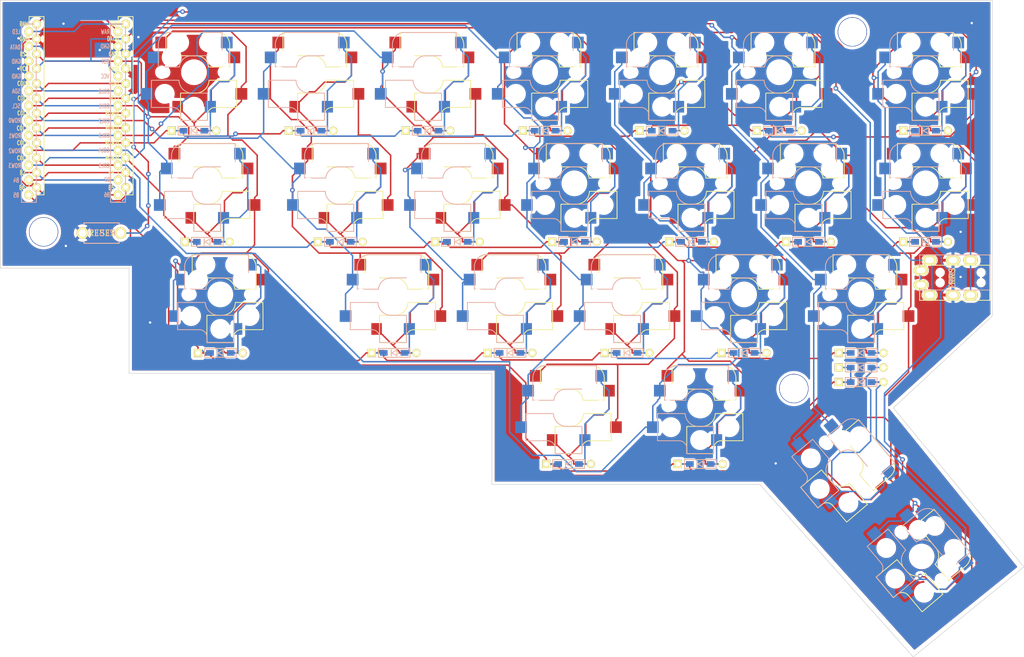
<source format=kicad_pcb>
(kicad_pcb (version 20221018) (generator pcbnew)
  (layers (0 "F.Cu" signal) (31 "B.Cu" signal) (34 "B.Paste" user) (35 "F.Paste" user) (36 "B.SilkS" user "B.Silkscreen") (37 "F.SilkS" user "F.Silkscreen") (38 "B.Mask" user) (39 "F.Mask" user) (44 "Edge.Cuts" user))
  (net 0 "")
  (net 1 "row1")
  (net 2 "Net-(D1-A)")
  (net 3 "Net-(D2-A)")
  (net 4 "Net-(D3-A)")
  (net 5 "Net-(D4-A)")
  (net 6 "Net-(D5-A)")
  (net 7 "Net-(D6-A)")
  (net 8 "Net-(D7-A)")
  (net 9 "row2")
  (net 10 "Net-(D8-A)")
  (net 11 "Net-(D9-A)")
  (net 12 "Net-(D10-A)")
  (net 13 "Net-(D11-A)")
  (net 14 "Net-(D12-A)")
  (net 15 "Net-(D13-A)")
  (net 16 "Net-(D14-A)")
  (net 17 "row3")
  (net 18 "Net-(D15-A)")
  (net 19 "Net-(D16-A)")
  (net 20 "Net-(D17-A)")
  (net 21 "Net-(D18-A)")
  (net 22 "Net-(D19-A)")
  (net 23 "Net-(D20-A)")
  (net 24 "row4")
  (net 25 "Net-(D21-A)")
  (net 26 "Net-(D22-A)")
  (net 27 "Net-(D23-A)")
  (net 28 "Net-(D24-A)")
  (net 29 "pwr")
  (net 30 "unconnected-(J1-PadA)")
  (net 31 "data")
  (net 32 "GND")
  (net 33 "col1")
  (net 34 "col2")
  (net 35 "col3")
  (net 36 "col4")
  (net 37 "col5")
  (net 38 "col6")
  (net 39 "col7")
  (net 40 "reset")
  (net 41 "unconnected-(U1-RAW-Pad24)")
  (net 42 "unconnected-(U1-F4{slash}A3-Pad20)")
  (net 43 "unconnected-(U1-5{slash}C6-Pad8)")
  (net 44 "unconnected-(U1-4{slash}D4-Pad7)")
  (net 45 "unconnected-(U1-2{slash}D1{slash}SDA-Pad5)")
  (net 46 "unconnected-(U1-TX0{slash}D3-Pad1)")
  (footprint "kbd:CherryMX_Choc_Hotswap" (layer "F.Cu") (at 68.35 66.5)
    (fp_text reference "LEFT_SW8" hide)
    (fp_text value "SW_PUSH" hide)
  )
  (footprint "kbd:D3_TH_SMD" (layer "F.Cu") (at 180.1 95.5)
    (fp_text reference "D20" hide)
    (fp_text value "D" hide)
  )
  (footprint "kbd:D3_TH_SMD" (layer "F.Cu") (at 180.1 98)
    (fp_text reference "D23" hide)
    (fp_text value "D" hide)
  )
  (footprint "kbd:D3_TH_SMD" (layer "F.Cu") (at 91.1 76.5)
    (fp_text reference "D9" hide)
    (fp_text value "D" hide)
  )
  (footprint "kbd:MJ-4PP-9" (layer "F.Cu") (at 202.1 83.5 -90)
    (fp_text reference "J1")
    (fp_text value "MJ-4PP-9" hide)
  )
  (footprint "kbd:D3_TH_SMD" (layer "F.Cu") (at 180.1 100.5)
    (fp_text reference "D24" hide)
    (fp_text value "D" hide)
  )
  (footprint "kbd:CherryMX_Choc_Hotswap" (layer "F.Cu") (at 86.1 47.5)
    (fp_text reference "LEFT_SW2" hide)
    (fp_text value "SW_PUSH" hide)
  )
  (footprint "kbd:D3_TH_SMD" (layer "F.Cu") (at 166.1 57.5)
    (fp_text reference "D6" hide)
    (fp_text value "D" hide)
  )
  (footprint "kbd:CherryMX_Choc_Hotswap" (layer "F.Cu") (at 146.1 47.5)
    (fp_text reference "LEFT_SW5" hide)
    (fp_text value "SW_PUSH" hide)
  )
  (footprint "kbd:CherryMX_Choc_Hotswap" (layer "F.Cu") (at 131.1 66.5)
    (fp_text reference "LEFT_SW11" hide)
    (fp_text value "SW_PUSH" hide)
  )
  (footprint "kbd:CherryMX_Choc_Hotswap" (layer "F.Cu") (at 166.1 47.5)
    (fp_text reference "LEFT_SW6" hide)
    (fp_text value "SW_PUSH" hide)
  )
  (footprint "kbd:D3_TH_SMD" (layer "F.Cu") (at 191.1 57.5)
    (fp_text reference "D7" hide)
    (fp_text value "D" hide)
  )
  (footprint "kbd:D3_TH_SMD" (layer "F.Cu") (at 111.1 76.5)
    (fp_text reference "D10" hide)
    (fp_text value "D" hide)
  )
  (footprint "kbd:D3_TH_SMD" (layer "F.Cu") (at 126.1 57.5)
    (fp_text reference "D4" hide)
    (fp_text value "D" hide)
  )
  (footprint "kbd:CherryMX_Choc_Hotswap" (layer "F.Cu") (at 190.4412 130.3111 -50)
    (fp_text reference "LEFT_SW24" hide)
    (fp_text value "SW_PUSH" hide)
  )
  (footprint "kbd:CherryMX_Choc_Hotswap" (layer "F.Cu") (at 152.6 104.5)
    (fp_text reference "LEFT_SW22" hide)
    (fp_text value "SW_PUSH" hide)
  )
  (footprint "kbd:CherryMX_Choc_Hotswap" (layer "F.Cu") (at 177.5455 114.9665 -50)
    (fp_text reference "LEFT_SW23" hide)
    (fp_text value "SW_PUSH" hide)
  )
  (footprint "kbd:CherryMX_Choc_Hotswap" (layer "F.Cu") (at 140.1 85.5)
    (fp_text reference "LEFT_SW18" hide)
    (fp_text value "SW_PUSH" hide)
  )
  (footprint "kbd:D3_TH_SMD" (layer "F.Cu") (at 70.6 95.5)
    (fp_text reference "D15" hide)
    (fp_text value "D" hide)
  )
  (footprint "kbd:CherryMX_Choc_Hotswap" (layer "F.Cu") (at 160.1 85.5)
    (fp_text reference "LEFT_SW19" hide)
    (fp_text value "SW_PUSH" hide)
  )
  (footprint "kbd:D3_TH_SMD" (layer "F.Cu") (at 86.1 57.5)
    (fp_text reference "D2" hide)
    (fp_text value "D" hide)
  )
  (footprint "kbd:D3_TH_SMD" (layer "F.Cu") (at 140.1 95.5)
    (fp_text reference "D18" hide)
    (fp_text value "D" hide)
  )
  (footprint "kbd:ResetSW" (layer "F.Cu") (at 50.3 75)
    (fp_text reference "LEFT_SW_RESET1" hide)
    (fp_text value "SW_PUSH")
  )
  (footprint "kbd:CherryMX_Choc_Hotswap" (layer "F.Cu") (at 191.1 47.5)
    (fp_text reference "LEFT_SW7" hide)
    (fp_text value "SW_PUSH" hide)
  )
  (footprint "kbd:HOLE" (layer "F.Cu") (at 178.6 40.6)
    (fp_text reference "Ref02")
    (fp_text value "Val02")
  )
  (footprint "kbd:CherryMX_Choc_Hotswap" (layer "F.Cu") (at 66.1 47.5)
    (fp_text reference "LEFT_SW1" hide)
    (fp_text value "SW_PUSH" hide)
  )
  (footprint "kbd:CherryMX_Choc_Hotswap" (layer "F.Cu") (at 171.1 66.5)
    (fp_text reference "LEFT_SW13" hide)
    (fp_text value "SW_PUSH" hide)
  )
  (footprint "kbd:D3_TH_SMD" (layer "F.Cu") (at 100.3 95.5)
    (fp_text reference "D16" hide)
    (fp_text value "D" hide)
  )
  (footprint "kbd:CherryMX_Choc_Hotswap" (layer "F.Cu") (at 100.1 85.5)
    (fp_text reference "LEFT_SW16" hide)
    (fp_text value "SW_PUSH" hide)
  )
  (footprint "kbd:D3_TH_SMD" (layer "F.Cu") (at 146.1 57.5)
    (fp_text reference "D5" hide)
    (fp_text value "D" hide)
  )
  (footprint "kbd:D3_TH_SMD" (layer "F.Cu") (at 130.1 114.5)
    (fp_text reference "D21" hide)
    (fp_text value "D" hide)
  )
  (footprint "kbd:CherryMX_Choc_Hotswap" (layer "F.Cu") (at 111.1 66.5)
    (fp_text reference "LEFT_SW10" hide)
    (fp_text value "SW_PUSH" hide)
  )
  (footprint "kbd:CherryMX_Choc_Hotswap" (layer "F.Cu") (at 91.1 66.5)
    (fp_text reference "LEFT_SW9" hide)
    (fp_text value "SW_PUSH" hide)
  )
  (footprint "kbd:D3_TH_SMD" (layer "F.Cu") (at 131.1 76.5)
    (fp_text reference "D11" hide)
    (fp_text value "D" hide)
  )
  (footprint "kbd:D3_TH_SMD" (layer "F.Cu") (at 106.1 57.5)
    (fp_text reference "D3" hide)
    (fp_text value "D" hide)
  )
  (footprint "kbd:HOLE" (layer "F.Cu") (at 40.4 74.8)
    (fp_text reference "Ref01")
    (fp_text value "Val01")
  )
  (footprint "kbd:D3_TH_SMD" (layer "F.Cu") (at 151.1 76.5)
    (fp_text reference "D12" hide)
    (fp_text value "D" hide)
  )
  (footprint "kbd:CherryMX_Choc_Hotswap" (layer "F.Cu") (at 120.1 85.5)
    (fp_text reference "LEFT_SW17" hide)
    (fp_text value "SW_PUSH" hide)
  )
  (footprint "kbd:D3_TH_SMD" (layer "F.Cu") (at 152.6 114.5)
    (fp_text reference "D22" hide)
    (fp_text value "D" hide)
  )
  (footprint "kbd:CherryMX_Choc_Hotswap_1.5u" (layer "F.Cu") (at 70.6 85.5 -90)
    (fp_text reference "LEFT_SW15" hide)
    (fp_text value "SW_PUSH" hide)
  )
  (footprint "kbd:CherryMX_Choc_Hotswap" (layer "F.Cu") (at 151.1 66.5)
    (fp_text reference "LEFT_SW12" hide)
    (fp_text value "SW_PUSH" hide)
  )
  (footprint "kbd:CherryMX_Choc_Hotswap" (layer "F.Cu") (at 126.1 47.5)
    (fp_text reference "LEFT_SW4" hide)
    (fp_text value "SW_PUSH" hide)
  )
  (footprint "kbd:D3_TH_SMD" (layer "F.Cu") (at 160.1 95.5)
    (fp_text reference "D19" hide)
    (fp_text value "D" hide)
  )
  (footprint "kbd:D3_TH_SMD" (layer "F.Cu") (at 68.35 76.5)
    (fp_text reference "D8" hide)
    (fp_text value "D" hide)
  )
  (footprint "kbd:CherryMX_Choc_Hotswap" (layer "F.Cu") (at 180.1 85.5)
    (fp_text reference "LEFT_SW20" hide)
    (fp_text value "SW_PUSH" hide)
  )
  (footprint "kbd:CherryMX_Choc_Hotswap" (layer "F.Cu") (at 191.1 66.5)
    (fp_text reference "LEFT_SW14" hide)
    (fp_text value "SW_PUSH" hide)
  )
  (footprint "kbd:CherryMX_Choc_Hotswap" (layer "F.Cu") (at 106.1 47.5)
    (fp_text reference "LEFT_SW3" hide)
    (fp_text value "SW_PUSH" hide)
  )
  (footprint "kbd:D3_TH_SMD" (layer "F.Cu") (at 191.1 76.5)
    (fp_text reference "D14" hide)
    (fp_text value "D" hide)
  )
  (footprint "kbd:HOLE" (layer "F.Cu") (at 168.6 101.6)
    (fp_text reference "Ref03")
    (fp_text value "Val03")
  )
  (footprint "kbd:D3_TH_SMD" (layer "F.Cu") (at 171.1 76.5)
    (fp_text reference "D13" hide)
    (fp_text value "D" hide)
  )
  (footprint "kbd:CherryMX_Choc_Hotswap" (layer "F.Cu") (at 130.1 104.5)
    (fp_text reference "LEFT_SW21" hide)
    (fp_text value "SW_PUSH" hide)
  )
  (footprint "kbd:ProMicro_v2" (layer "F.Cu") (at 46.7636 53.738)
    (fp_text reference "U1" hide)
    (fp_text value "ProMicro" hide)
  )
  (footprint "kbd:D3_TH_SMD" (layer "F.Cu") (at 66.1 57.5)
    (fp_text reference "D1" hide)
    (fp_text value "D" hide)
  )
  (footprint "kbd:D3_TH_SMD" (layer "F.Cu") (at 120.1 95.5)
    (fp_text reference "D17" hide)
    (fp_text value "D" hide)
  )
  (gr_line (start 207.9 132.1) (end 189 147.5) (stroke (width 0.1)) (layer "Edge.Cuts"))
  (gr_line (start 33 81) (end 33 35.2) (stroke (width 0.1)) (layer "Edge.Cuts"))
  (gr_line (start 33 35.2) (end 202.5 35.2) (stroke (width 0.1)) (layer "Edge.Cuts"))
  (gr_line (start 202.5 89.2) (end 185.6 104.9) (stroke (width 0.1)) (layer "Edge.Cuts"))
  (gr_line (start 117 99) (end 55 99) (stroke (width 0.1)) (layer "Edge.Cuts"))
  (gr_line (start 185.6 104.9) (end 207.9 132.1) (stroke (width 0.1)) (layer "Edge.Cuts"))
  (gr_line (start 55 99) (end 55 81) (stroke (width 0.1)) (layer "Edge.Cuts"))
  (gr_line (start 55 81) (end 33 81) (stroke (width 0.1)) (layer "Edge.Cuts"))
  (gr_line (start 117 118) (end 117 99) (stroke (width 0.1)) (layer "Edge.Cuts"))
  (gr_line (start 189 147.5) (end 162.8 118) (stroke (width 0.1)) (layer "Edge.Cuts"))
  (gr_line (start 202.5 35.2) (end 202.5 89.2) (stroke (width 0.1)) (layer "Edge.Cuts"))
  (gr_line (start 162.8 118) (end 117 118) (stroke (width 0.1)) (layer "Edge.Cuts"))
  (segment (start 185.2761 58.5654) (end 175.3752 58.5654) (width 0.25) (layer "F.Cu") (net 1))
  (segment (start 144.325 56.775) (end 144.5282 56.5718) (width 0.25) (layer "F.Cu") (net 1))
  (segment (start 144.325 57.5) (end 144.325 56.775) (width 0.25) (layer "F.Cu") (net 1))
  (segment (start 122.29 57.5) (end 124.325 57.5) (width 0.25) (layer "F.Cu") (net 1))
  (segment (start 73.2067 58.038) (end 80.8035 58.038) (width 0.25) (layer "F.Cu") (net 1))
  (segment (start 62.29 57.5) (end 61.3415 57.5) (width 0.25) (layer "F.Cu") (net 1))
  (segment (start 54.42 59.58) (end 59.2615 59.58) (width 0.25) (layer "F.Cu") (net 1))
  (segment (start 189.325 57.5) (end 187.29 57.5) (width 0.25) (layer "F.Cu") (net 1))
  (segment (start 142.29 57.5) (end 144.325 57.5) (width 0.25) (layer "F.Cu") (net 1))
  (segment (start 142.29 57.5) (end 141.3415 57.5) (width 0.25) (layer "F.Cu") (net 1))
  (segment (start 144.5282 56.5718) (end 160.4133 56.5718) (width 0.25) (layer "F.Cu") (net 1))
  (segment (start 46.662 59.58) (end 54.42 59.58) (width 0.25) (layer "F.Cu") (net 1))
  (segment (start 104.325 57.5) (end 102.29 57.5) (width 0.25) (layer "F.Cu") (net 1))
  (segment (start 164.325 57.1375) (end 163.601 57.1375) (width 0.25) (layer "F.Cu") (net 1))
  (segment (start 186.3415 57.5) (end 185.2761 58.5654) (width 0.25) (layer "F.Cu") (net 1))
  (segment (start 162.29 57.5) (end 161.3415 57.5) (width 0.25) (layer "F.Cu") (net 1))
  (segment (start 187.29 57.5) (end 186.3415 57.5) (width 0.25) (layer "F.Cu") (net 1))
  (segment (start 37.8736 60.85) (end 45.392 60.85) (width 0.25) (layer "F.Cu") (net 1))
  (segment (start 162.29 57.5) (end 163.2385 57.5) (width 0.25) (layer "F.Cu") (net 1))
  (segment (start 62.29 57.5) (end 64.325 57.5) (width 0.25) (layer "F.Cu") (net 1))
  (segment (start 80.8035 58.038) (end 81.3415 57.5) (width 0.25) (layer "F.Cu") (net 1))
  (segment (start 124.325 58.225) (end 124.5476 58.4476) (width 0.25) (layer "F.Cu") (net 1))
  (segment (start 124.325 57.5) (end 124.325 58.225) (width 0.25) (layer "F.Cu") (net 1))
  (segment (start 160.4133 56.5718) (end 161.3415 57.5) (width 0.25) (layer "F.Cu") (net 1))
  (segment (start 163.601 57.1375) (end 163.2385 57.5) (width 0.25) (layer "F.Cu") (net 1))
  (segment (start 45.392 60.85) (end 46.662 59.58) (width 0.25) (layer "F.Cu") (net 1))
  (segment (start 82.29 57.5) (end 84.325 57.5) (width 0.25) (layer "F.Cu") (net 1))
  (segment (start 59.2615 59.58) (end 61.3415 57.5) (width 0.25) (layer "F.Cu") (net 1))
  (segment (start 82.29 57.5) (end 81.3415 57.5) (width 0.25) (layer "F.Cu") (net 1))
  (segment (start 124.5476 58.4476) (end 140.3939 58.4476) (width 0.25) (layer "F.Cu") (net 1))
  (segment (start 140.3939 58.4476) (end 141.3415 57.5) (width 0.25) (layer "F.Cu") (net 1))
  (segment (start 164.325 57.5) (end 164.325 57.1375) (width 0.25) (layer "F.Cu") (net 1))
  (via (at 73.2067 58.038) (size 0.8) (drill 0.4) (layers "F.Cu" "B.Cu") (net 1))
  (via (at 175.3752 58.5654) (size 0.8) (drill 0.4) (layers "F.Cu" "B.Cu") (net 1))
  (segment (start 84.325 57.5) (end 84.325 58.225) (width 0.25) (layer "B.Cu") (net 1))
  (segment (start 104.325 58.225) (end 104.5328 58.4328) (width 0.25) (layer "B.Cu") (net 1))
  (segment (start 102.29 57.5) (end 101.3415 57.5) (width 0.25) (layer "B.Cu") (net 1))
  (segment (start 64.5254 58.4254) (end 72.8193 58.4254) (width 0.25) (layer "B.Cu") (net 1))
  (segment (start 189.325 57.5) (end 187.29 57.5) (width 0.25) (layer "B.Cu") (net 1))
  (segment (start 144.325 57.5) (end 142.29 57.5) (width 0.25) (layer "B.Cu") (net 1))
  (segment (start 122.29 57.5) (end 121.3415 57.5) (width 0.25) (layer "B.Cu") (net 1))
  (segment (start 84.5286 58.4286) (end 84.325 58.225) (width 0.25) (layer "B.Cu") (net 1))
  (segment (start 104.5328 58.4328) (end 120.4087 58.4328) (width 0.25) (layer "B.Cu") (net 1))
  (segment (start 72.8193 58.4254) (end 73.2067 58.038) (width 0.25) (layer "B.Cu") (net 1))
  (segment (start 64.325 57.5) (end 64.325 58.225) (width 0.25) (layer "B.Cu") (net 1))
  (segment (start 100.4129 58.4286) (end 84.5286 58.4286) (width 0.25) (layer "B.Cu") (net 1))
  (segment (start 64.325 58.225) (end 64.5254 58.4254) (width 0.25) (layer "B.Cu") (net 1))
  (segment (start 101.3415 57.5) (end 100.4129 58.4286) (width 0.25) (layer "B.Cu") (net 1))
  (segment (start 164.325 57.5) (end 164.325 58.225) (width 0.25) (layer "B.Cu") (net 1))
  (segment (start 124.325 57.5) (end 122.29 57.5) (width 0.25) (layer "B.Cu") (net 1))
  (segment (start 84.325 57.5) (end 82.29 57.5) (width 0.25) (layer "B.Cu") (net 1))
  (segment (start 120.4087 58.4328) (end 121.3415 57.5) (width 0.25) (layer "B.Cu") (net 1))
  (segment (start 62.29 57.5) (end 64.325 57.5) (width 0.25) (layer "B.Cu") (net 1))
  (segment (start 102.29 57.5) (end 104.325 57.5) (width 0.25) (layer "B.Cu") (net 1))
  (segment (start 104.325 57.5) (end 104.325 58.225) (width 0.25) (layer "B.Cu") (net 1))
  (segment (start 164.325 58.225) (end 164.6654 58.5654) (width 0.25) (layer "B.Cu") (net 1))
  (segment (start 162.29 57.5) (end 164.325 57.5) (width 0.25) (layer "B.Cu") (net 1))
  (segment (start 164.6654 58.5654) (end 175.3752 58.5654) (width 0.25) (layer "B.Cu") (net 1))
  (segment (start 69.91 57.5) (end 67.875 57.5) (width 0.25) (layer "F.Cu") (net 2))
  (segment (start 71.9849 49.1172) (end 73 48.1021) (width 0.25) (layer "F.Cu") (net 2))
  (segment (start 73 48.1021) (end 73 44.96) (width 0.25) (layer "F.Cu") (net 2))
  (segment (start 66.1494 56.1615) (end 66.1494 56.6744) (width 0.25) (layer "F.Cu") (net 2))
  (segment (start 66.1494 56.1615) (end 69.0533 53.2576) (width 0.25) (layer "F.Cu") (net 2))
  (segment (start 69.0533 50.499) (end 70.4351 49.1172) (width 0.25) (layer "F.Cu") (net 2))
  (segment (start 66.0615 56.1615) (end 66.1494 56.1615) (width 0.25) (layer "F.Cu") (net 2))
  (segment (start 69.0533 53.2576) (end 69.0533 50.499) (width 0.25) (layer "F.Cu") (net 2))
  (segment (start 70.4351 49.1172) (end 71.9849 49.1172) (width 0.25) (layer "F.Cu") (net 2))
  (segment (start 63.3 53.4) (end 66.0615 56.1615) (width 0.25) (layer "F.Cu") (net 2))
  (segment (start 66.1494 56.6744) (end 66.975 57.5) (width 0.25) (layer "F.Cu") (net 2))
  (segment (start 67.875 57.5) (end 66.975 57.5) (width 0.25) (layer "F.Cu") (net 2))
  (segment (start 68.9 53.4) (end 68.9 50.6143) (width 0.25) (layer "B.Cu") (net 2))
  (segment (start 68.9 53.5624) (end 68.9 53.4) (width 0.25) (layer "B.Cu") (net 2))
  (segment (start 68.9 53.5624) (end 68.9 54.65) (width 0.25) (layer "B.Cu") (net 2))
  (segment (start 68.9 50.6143) (end 70.4049 49.1094) (width 0.25) (layer "B.Cu") (net 2))
  (segment (start 73.0415 45.0115) (end 71.7 43.67) (width 0.25) (layer "B.Cu") (net 2))
  (segment (start 69.91 57.5) (end 68.9 57.5) (width 0.25) (layer "B.Cu") (net 2))
  (segment (start 70.4049 49.1094) (end 71.9405 49.1094) (width 0.25) (layer "B.Cu") (net 2))
  (segment (start 73.0415 48.0084) (end 73.0415 45.0115) (width 0.25) (layer "B.Cu") (net 2))
  (segment (start 68.9 57.5) (end 68.9 54.65) (width 0.25) (layer "B.Cu") (net 2))
  (segment (start 71.7 42.42) (end 71.7 43.67) (width 0.25) (layer "B.Cu") (net 2))
  (segment (start 68.9 57.5) (end 67.875 57.5) (width 0.25) (layer "B.Cu") (net 2))
  (segment (start 71.9405 49.1094) (end 73.0415 48.0084) (width 0.25) (layer "B.Cu") (net 2))
  (segment (start 86.7516 50.8486) (end 85.8514 50.8486) (width 0.25) (layer "F.Cu") (net 3))
  (segment (start 86.975 57.5) (end 86.975 57.075) (width 0.25) (layer "F.Cu") (net 3))
  (segment (start 89.91 57.5) (end 87.875 57.5) (width 0.25) (layer "F.Cu") (net 3))
  (segment (start 93 44.96) (end 93 48.0733) (width 0.25) (layer "F.Cu") (net 3))
  (segment (start 88.4013 49.1989) (end 86.7516 50.8486) (width 0.25) (layer "F.Cu") (net 3))
  (segment (start 86.975 57.075) (end 83.3 53.4) (width 0.25) (layer "F.Cu") (net 3))
  (segment (start 85.8514 50.8486) (end 83.3 53.4) (width 0.25) (layer "F.Cu") (net 3))
  (segment (start 93 48.0733) (end 91.8744 49.1989) (width 0.25) (layer "F.Cu") (net 3))
  (segment (start 87.875 57.5) (end 86.975 57.5) (width 0.25) (layer "F.Cu") (net 3))
  (segment (start 91.8744 49.1989) (end 88.4013 49.1989) (width 0.25) (layer "F.Cu") (net 3))
  (segment (start 88.9 57.5) (end 87.875 57.5) (width 0.25) (layer "B.Cu") (net 3))
  (segment (start 92.9933 44.9633) (end 91.7 43.67) (width 0.25) (layer "B.Cu") (net 3))
  (segment (start 88.9 53.5624) (end 88.9 53.4) (width 0.25) (layer "B.Cu") (net 3))
  (segment (start 88.9 53.4) (end 88.9 50.6524) (width 0.25) (layer "B.Cu") (net 3))
  (segment (start 91.7 42.42) (end 91.7 43.67) (width 0.25) (layer "B.Cu") (net 3))
  (segment (start 88.9 57.5) (end 88.9 54.65) (width 0.25) (layer "B.Cu") (net 3))
  (segment (start 88.9 53.5624) (end 88.9 54.65) (width 0.25) (layer "B.Cu") (net 3))
  (segment (start 88.9 50.6524) (end 90.443 49.1094) (width 0.25) (layer "B.Cu") (net 3))
  (segment (start 89.91 57.5) (end 88.9 57.5) (width 0.25) (layer "B.Cu") (net 3))
  (segment (start 90.443 49.1094) (end 91.971 49.1094) (width 0.25) (layer "B.Cu") (net 3))
  (segment (start 91.971 49.1094) (end 92.9933 48.0871) (width 0.25) (layer "B.Cu") (net 3))
  (segment (start 92.9933 48.0871) (end 92.9933 44.9633) (width 0.25) (layer "B.Cu") (net 3))
  (segment (start 111.9938 49.1172) (end 113 48.111) (width 0.25) (layer "F.Cu") (net 4))
  (segment (start 106.0855 56.1854) (end 103.3 53.4) (width 0.25) (layer "F.Cu") (net 4))
  (segment (start 109.0533 50.499) (end 110.4351 49.1172) (width 0.25) (layer "F.Cu") (net 4))
  (segment (start 106.975 57.5) (end 106.975 57.075) (width 0.25) (layer "F.Cu") (net 4))
  (segment (start 106.0855 56.1854) (end 109.0533 53.2176) (width 0.25) (layer "F.Cu") (net 4))
  (segment (start 107.875 57.5) (end 106.975 57.5) (width 0.25) (layer "F.Cu") (net 4))
  (segment (start 113 48.111) (end 113 44.96) (width 0.25) (layer "F.Cu") (net 4))
  (segment (start 109.91 57.5) (end 107.875 57.5) (width 0.25) (layer "F.Cu") (net 4))
  (segment (start 106.975 57.075) (end 106.0855 56.1854) (width 0.25) (layer "F.Cu") (net 4))
  (segment (start 109.0533 53.2176) (end 109.0533 50.499) (width 0.25) (layer "F.Cu") (net 4))
  (segment (start 110.4351 49.1172) (end 111.9938 49.1172) (width 0.25) (layer "F.Cu") (net 4))
  (segment (start 109.91 57.5) (end 108.9 57.5) (width 0.25) (layer "B.Cu") (net 4))
  (segment (start 112.9933 44.9633) (end 111.7 43.67) (width 0.25) (layer "B.Cu") (net 4))
  (segment (start 110.443 49.1094) (end 111.971 49.1094) (width 0.25) (layer "B.Cu") (net 4))
  (segment (start 112.9933 48.0871) (end 112.9933 44.9633) (width 0.25) (layer "B.Cu") (net 4))
  (segment (start 108.9 50.6524) (end 110.443 49.1094) (width 0.25) (layer "B.Cu") (net 4))
  (segment (start 108.9 57.5) (end 108.9 54.65) (width 0.25) (layer "B.Cu") (net 4))
  (segment (start 111.971 49.1094) (end 112.9933 48.0871) (width 0.25) (layer "B.Cu") (net 4))
  (segment (start 108.9 53.5624) (end 108.9 53.4) (width 0.25) (layer "B.Cu") (net 4))
  (segment (start 108.9 53.4) (end 108.9 50.6524) (width 0.25) (layer "B.Cu") (net 4))
  (segment (start 108.9 57.5) (end 107.875 57.5) (width 0.25) (layer "B.Cu") (net 4))
  (segment (start 108.9 53.5624) (end 108.9 54.65) (width 0.25) (layer "B.Cu") (net 4))
  (segment (start 111.7 42.42) (end 111.7 43.67) (width 0.25) (layer "B.Cu") (net 4))
  (segment (start 126.0779 56.1778) (end 129.0533 53.2024) (width 0.25) (layer "F.Cu") (net 5))
  (segment (start 129.91 57.5) (end 127.875 57.5) (width 0.25) (layer "F.Cu") (net 5))
  (segment (start 126.0779 56.1778) (end 123.3 53.4) (width 0.25) (layer "F.Cu") (net 5))
  (segment (start 133 48.1199) (end 133 44.96) (width 0.25) (layer "F.Cu") (net 5))
  (segment (start 130.4351 49.1172) (end 132.0027 49.1172) (width 0.25) (layer "F.Cu") (net 5))
  (segment (start 127.875 57.5) (end 126.975 57.5) (width 0.25) (layer "F.Cu") (net 5))
  (segment (start 126.975 57.075) (end 126.0779 56.1778) (width 0.25) (layer "F.Cu") (net 5))
  (segment (start 126.975 57.5) (end 126.975 57.075) (width 0.25) (layer "F.Cu") (net 5))
  (segment (start 129.0533 50.499) (end 130.4351 49.1172) (width 0.25) (layer "F.Cu") (net 5))
  (segment (start 132.0027 49.1172) (end 133 48.1199) (width 0.25) (layer "F.Cu") (net 5))
  (segment (start 129.0533 53.2024) (end 129.0533 50.499) (width 0.25) (layer "F.Cu") (net 5))
  (segment (start 128.9 57.5) (end 127.875 57.5) (width 0.25) (layer "B.Cu") (net 5))
  (segment (start 130.443 49.1094) (end 131.9405 49.1094) (width 0.25) (layer "B.Cu") (net 5))
  (segment (start 128.9 53.5624) (end 128.9 53.4) (width 0.25) (layer "B.Cu") (net 5))
  (segment (start 128.9 53.5624) (end 128.9 54.65) (width 0.25) (layer "B.Cu") (net 5))
  (segment (start 133.0415 45.0115) (end 131.7 43.67) (width 0.25) (layer "B.Cu") (net 5))
  (segment (start 128.9 53.4) (end 128.9 50.6524) (width 0.25) (layer "B.Cu") (net 5))
  (segment (start 128.9 57.5) (end 128.9 54.65) (width 0.25) (layer "B.Cu") (net 5))
  (segment (start 133.0415 48.0084) (end 133.0415 45.0115) (width 0.25) (layer "B.Cu") (net 5))
  (segment (start 129.91 57.5) (end 128.9 57.5) (width 0.25) (layer "B.Cu") (net 5))
  (segment (start 128.9 50.6524) (end 130.443 49.1094) (width 0.25) (layer "B.Cu") (net 5))
  (segment (start 131.7 42.42) (end 131.7 43.67) (width 0.25) (layer "B.Cu") (net 5))
  (segment (start 131.9405 49.1094) (end 133.0415 48.0084) (width 0.25) (layer "B.Cu") (net 5))
  (segment (start 149.91 57.5) (end 147.875 57.5) (width 0.25) (layer "F.Cu") (net 6))
  (segment (start 151.9369 49.1397) (end 149.3705 49.1397) (width 0.25) (layer "F.Cu") (net 6))
  (segment (start 149.3705 49.1397) (end 147.0738 51.4364) (width 0.25) (layer "F.Cu") (net 6))
  (segment (start 145.2636 51.4364) (end 143.3 53.4) (width 0.25) (layer "F.Cu") (net 6))
  (segment (start 153 44.96) (end 153 48.0766) (width 0.25) (layer "F.Cu") (net 6))
  (segment (start 153 48.0766) (end 151.9369 49.1397) (width 0.25) (layer "F.Cu") (net 6))
  (segment (start 147.0738 51.4364) (end 145.2636 51.4364) (width 0.25) (layer "F.Cu") (net 6))
  (via (at 149.3705 49.1397) (size 0.8) (drill 0.4) (layers "F.Cu" "B.Cu") (net 6))
  (segment (start 149.3705 49.1397) (end 149.8916 49.6608) (width 0.25) (layer "B.Cu") (net 6))
  (segment (start 148.9 53.4) (end 148.9 50.6524) (width 0.25) (layer "B.Cu") (net 6))
  (segment (start 153.0415 45.0115) (end 151.7 43.67) (width 0.25) (layer "B.Cu") (net 6))
  (segment (start 148.9 57.5) (end 148.9 54.65) (width 0.25) (layer "B.Cu") (net 6))
  (segment (start 149.91 57.5) (end 148.9 57.5) (width 0.25) (layer "B.Cu") (net 6))
  (segment (start 148.9 53.5624) (end 148.9 54.65) (width 0.25) (layer "B.Cu") (net 6))
  (segment (start 148.9 57.5) (end 147.875 57.5) (width 0.25) (layer "B.Cu") (net 6))
  (segment (start 153.0415 48.0084) (end 153.0415 45.0115) (width 0.25) (layer "B.Cu") (net 6))
  (segment (start 150.443 49.1094) (end 151.9405 49.1094) (width 0.25) (layer "B.Cu") (net 6))
  (segment (start 149.8916 49.6608) (end 150.443 49.1094) (width 0.25) (layer "B.Cu") (net 6))
  (segment (start 148.9 53.5624) (end 148.9 53.4) (width 0.25) (layer "B.Cu") (net 6))
  (segment (start 148.9 50.6524) (end 149.8916 49.6608) (width 0.25) (layer "B.Cu") (net 6))
  (segment (start 151.9405 49.1094) (end 153.0415 48.0084) (width 0.25) (layer "B.Cu") (net 6))
  (segment (start 151.7 42.42) (end 151.7 43.67) (width 0.25) (layer "B.Cu") (net 6))
  (segment (start 166.0779 56.1778) (end 163.3 53.4) (width 0.25) (layer "F.Cu") (net 7))
  (segment (start 169.91 57.5) (end 167.875 57.5) (width 0.25) (layer "F.Cu") (net 7))
  (segment (start 169.0533 53.2024) (end 169.0533 50.499) (width 0.25) (layer "F.Cu") (net 7))
  (segment (start 169.0533 50.499) (end 170.4351 49.1172) (width 0.25) (layer "F.Cu") (net 7))
  (segment (start 173 48.0979) (end 173 44.96) (width 0.25) (layer "F.Cu") (net 7))
  (segment (start 166.975 57.5) (end 166.975 57.075) (width 0.25) (layer "F.Cu") (net 7))
  (segment (start 170.4351 49.1172) (end 171.9807 49.1172) (width 0.25) (layer "F.Cu") (net 7))
  (segment (start 166.975 57.075) (end 166.0779 56.1778) (width 0.25) (layer "F.Cu") (net 7))
  (segment (start 167.875 57.5) (end 166.975 57.5) (width 0.25) (layer "F.Cu") (net 7))
  (segment (start 171.9807 49.1172) (end 173 48.0979) (width 0.25) (layer "F.Cu") (net 7))
  (segment (start 166.0779 56.1778) (end 169.0533 53.2024) (width 0.25) (layer "F.Cu") (net 7))
  (segment (start 173.0438 45.0138) (end 173.0438 51.9835) (width 0.25) (layer "B.Cu") (net 7))
  (segment (start 168.9 53.4) (end 168.9 54.65) (width 0.25) (layer "B.Cu") (net 7))
  (segment (start 171.6273 53.4) (end 168.9 53.4) (width 0.25) (layer "B.Cu") (net 7))
  (segment (start 173.0438 51.9835) (end 171.6273 53.4) (width 0.25) (layer "B.Cu") (net 7))
  (segment (start 169.91 57.5) (end 168.9 57.5) (width 0.25) (layer "B.Cu") (net 7))
  (segment (start 171.7 43.67) (end 173.0438 45.0138) (width 0.25) (layer "B.Cu") (net 7))
  (segment (start 168.9 57.5) (end 167.875 57.5) (width 0.25) (layer "B.Cu") (net 7))
  (segment (start 168.9 57.5) (end 168.9 54.65) (width 0.25) (layer "B.Cu") (net 7))
  (segment (start 171.7 42.42) (end 171.7 43.67) (width 0.25) (layer "B.Cu") (net 7))
  (segment (start 192.875 57.5) (end 191.975 57.5) (width 0.25) (layer "F.Cu") (net 8))
  (segment (start 191.0779 56.1778) (end 188.3 53.4) (width 0.25) (layer "F.Cu") (net 8))
  (segment (start 194.0533 53.2024) (end 194.0533 50.499) (width 0.25) (layer "F.Cu") (net 8))
  (segment (start 191.0779 56.1778) (end 194.0533 53.2024) (width 0.25) (layer "F.Cu") (net 8))
  (segment (start 198 48.0693) (end 198 44.96) (width 0.25) (layer "F.Cu") (net 8))
  (segment (start 196.9521 49.1172) (end 198 48.0693) (width 0.25) (layer "F.Cu") (net 8))
  (segment (start 194.0533 50.499) (end 195.4351 49.1172) (width 0.25) (layer "F.Cu") (net 8))
  (segment (start 195.4351 49.1172) (end 196.9521 49.1172) (width 0.25) (layer "F.Cu") (net 8))
  (segment (start 191.975 57.075) (end 191.0779 56.1778) (width 0.25) (layer "F.Cu") (net 8))
  (segment (start 191.975 57.5) (end 191.975 57.075) (width 0.25) (layer "F.Cu") (net 8))
  (segment (start 194.91 57.5) (end 192.875 57.5) (width 0.25) (layer "F.Cu") (net 8))
  (segment (start 193.9 53.5624) (end 193.9 53.4) (width 0.25) (layer "B.Cu") (net 8))
  (segment (start 196.9654 49.1094) (end 197.9775 48.0973) (width 0.25) (layer "B.Cu") (net 8))
  (segment (start 197.9775 48.0973) (end 197.9775 44.9475) (width 0.25) (layer "B.Cu") (net 8))
  (segment (start 193.9 50.6524) (end 195.443 49.1094) (width 0.25) (layer "B.Cu") (net 8))
  (segment (start 193.9 57.5) (end 192.875 57.5) (width 0.25) (layer "B.Cu") (net 8))
  (segment (start 196.7 42.42) (end 196.7 43.67) (width 0.25) (layer "B.Cu") (net 8))
  (segment (start 194.91 57.5) (end 193.9 57.5) (width 0.25) (layer "B.Cu") (net 8))
  (segment (start 197.9775 44.9475) (end 196.7 43.67) (width 0.25) (layer "B.Cu") (net 8))
  (segment (start 195.443 49.1094) (end 196.9654 49.1094) (width 0.25) (layer "B.Cu") (net 8))
  (segment (start 193.9 57.5) (end 193.9 54.65) (width 0.25) (layer "B.Cu") (net 8))
  (segment (start 193.9 53.5624) (end 193.9 54.65) (width 0.25) (layer "B.Cu") (net 8))
  (segment (start 193.9 53.4) (end 193.9 50.6524) (width 0.25) (layer "B.Cu") (net 8))
  (segment (start 60.9473 68.6473) (end 54.42 62.12) (width 0.25) (layer "F.Cu") (net 9))
  (segment (start 127.29 76.5) (end 126.3415 76.5) (width 0.25) (layer "F.Cu") (net 9))
  (segment (start 87.29 76.5) (end 89.325 76.5) (width 0.25) (layer "F.Cu") (net 9))
  (segment (start 187.29 76.5) (end 186.3415 76.5) (width 0.25) (layer "F.Cu") (net 9))
  (segment (start 89.5476 77.4476) (end 105.3939 77.4476) (width 0.25) (layer "F.Cu") (net 9))
  (segment (start 129.325 76.5) (end 127.29 76.5) (width 0.25) (layer "F.Cu") (net 9))
  (segment (start 60.9473 71.9588) (end 60.9473 68.6473) (width 0.25) (layer "F.Cu") (net 9))
  (segment (start 108.601 76.8625) (end 108.2385 76.5) (width 0.25) (layer "F.Cu") (net 9))
  (segment (start 148.601 76.1375) (end 148.2385 76.5) (width 0.25) (layer "F.Cu") (net 9))
  (segment (start 109.325 76.5) (end 109.325 76.8625) (width 0.25) (layer "F.Cu") (net 9))
  (segment (start 65.2007 76.0257) (end 65.675 76.5) (width 0.25) (layer "F.Cu") (net 9))
  (segment (start 109.911 77.4485) (end 125.393 77.4485) (width 0.25) (layer "F.Cu") (net 9))
  (segment (start 185.4069 77.4346) (end 186.3415 76.5) (width 0.25) (layer "F.Cu") (net 9))
  (segment (start 64.54 75.5515) (end 60.9473 71.9588) (width 0.25) (layer "F.Cu") (net 9))
  (segment (start 66.575 76.5) (end 65.675 76.5) (width 0.25) (layer "F.Cu") (net 9))
  (segment (start 107.7643 76.5) (end 107.29 76.5) (width 0.25) (layer "F.Cu") (net 9))
  (segment (start 169.325 77.225) (end 169.5346 77.4346) (width 0.25) (layer "F.Cu") (net 9))
  (segment (start 107.7643 76.5) (end 108.2385 76.5) (width 0.25) (layer "F.Cu") (net 9))
  (segment (start 150.4317 77.4254) (end 165.4161 77.4254) (width 0.25) (layer "F.Cu") (net 9))
  (segment (start 149.325 76.3187) (end 150.4317 77.4254) (width 0.25) (layer "F.Cu") (net 9))
  (segment (start 109.325 76.8625) (end 109.911 77.4485) (width 0.25) (layer "F.Cu") (net 9))
  (segment (start 107.29 76.5) (end 106.3415 76.5) (width 0.25) (layer "F.Cu") (net 9))
  (segment (start 89.325 76.5) (end 89.325 77.225) (width 0.25) (layer "F.Cu") (net 9))
  (segment (start 105.3939 77.4476) (end 106.3415 76.5) (width 0.25) (layer "F.Cu") (net 9))
  (segment (start 167.29 76.5) (end 169.325 76.5) (width 0.25) (layer "F.Cu") (net 9))
  (segment (start 109.325 76.8625) (end 108.601 76.8625) (width 0.25) (layer "F.Cu") (net 9))
  (segment (start 165.4161 77.4254) (end 166.3415 76.5) (width 0.25) (layer "F.Cu") (net 9))
  (segment (start 169.325 76.5) (end 169.325 77.225) (width 0.25) (layer "F.Cu") (net 9))
  (segment (start 167.29 76.5) (end 166.3415 76.5) (width 0.25) (layer "F.Cu") (net 9))
  (segment (start 149.325 76.3187) (end 149.325 76.1375) (width 0.25) (layer "F.Cu") (net 9))
  (segment (start 189.325 76.5) (end 187.29 76.5) (width 0.25) (layer "F.Cu") (net 9))
  (segment (start 169.5346 77.4346) (end 185.4069 77.4346) (width 0.25) (layer "F.Cu") (net 9))
  (segment (start 149.325 76.5) (end 149.325 76.3187) (width 0.25) (layer "F.Cu") (net 9))
  (segment (start 64.54 76.5) (end 64.54 76.0257) (width 0.25) (layer "F.Cu") (net 9))
  (segment (start 125.393 77.4485) (end 126.3415 76.5) (width 0.25) (layer "F.Cu") (net 9))
  (segment (start 147.29 76.5) (end 148.2385 76.5) (width 0.25) (layer "F.Cu") (net 9))
  (segment (start 89.325 77.225) (end 89.5476 77.4476) (width 0.25) (layer "F.Cu") (net 9))
  (segment (start 64.54 76.0257) (end 64.54 75.5515) (width 0.25) (layer "F.Cu") (net 9))
  (segment (start 149.325 76.1375) (end 148.601 76.1375) (width 0.25) (layer "F.Cu") (net 9))
  (segment (start 64.54 76.0257) (end 65.2007 76.0257) (width 0.25) (layer "F.Cu") (net 9))
  (segment (start 66.575 77.225) (end 66.777 77.427) (width 0.25) (layer "B.Cu") (net 9))
  (segment (start 41.4574 62.12) (end 54.42 62.12) (width 0.25) (layer "B.Cu") (net 9))
  (segment (start 129.325 76.8625) (end 129.8924 77.4299) (width 0.25) (layer "B.Cu") (net 9))
  (segment (start 129.325 76.5) (end 129.325 76.8625) (width 0.25) (layer "B.Cu") (net 9))
  (segment (start 187.29 76.5) (end 189.325 76.5) (width 0.25) (layer "B.Cu") (net 9))
  (segment (start 66.777 77.427) (end 85.4145 77.427) (width 0.25) (layer "B.Cu") (net 9))
  (segment (start 128.601 76.8625) (end 128.2385 76.5) (width 0.25) (layer "B.Cu") (net 9))
  (segment (start 149.325 76.5) (end 147.29 76.5) (width 0.25) (layer "B.Cu") (net 9))
  (segment (start 66.575 76.5) (end 66.575 77.225) (width 0.25) (layer "B.Cu") (net 9))
  (segment (start 145.4116 77.4299) (end 146.3415 76.5) (width 0.25) (layer "B.Cu") (net 9))
  (segment (start 129.8924 77.4299) (end 145.4116 77.4299) (width 0.25) (layer "B.Cu") (net 9))
  (segment (start 37.8736 63.39) (end 40.1874 63.39) (width 0.25) (layer "B.Cu") (net 9))
  (segment (start 147.29 76.5) (end 146.3415 76.5) (width 0.25) (layer "B.Cu") (net 9))
  (segment (start 169.325 76.5) (end 167.29 76.5) (width 0.25) (layer "B.Cu") (net 9))
  (segment (start 127.29 76.5) (end 128.2385 76.5) (width 0.25) (layer "B.Cu") (net 9))
  (segment (start 87.29 76.5) (end 86.3415 76.5) (width 0.25) (layer "B.Cu") (net 9))
  (segment (start 129.325 76.8625) (end 128.601 76.8625) (width 0.25) (layer "B.Cu") (net 9))
  (segment (start 109.325 76.5) (end 107.29 76.5) (width 0.25) (layer "B.Cu") (net 9))
  (segment (start 89.325 76.5) (end 87.29 76.5) (width 0.25) (layer "B.Cu") (net 9))
  (segment (start 40.1874 63.39) (end 41.4574 62.12) (width 0.25) (layer "B.Cu") (net 9))
  (segment (start 85.4145 77.427) (end 86.3415 76.5) (width 0.25) (layer "B.Cu") (net 9))
  (segment (start 64.54 76.5) (end 66.575 76.5) (width 0.25) (layer "B.Cu") (net 9))
  (segment (start 68.3994 75.1615) (end 71.3033 72.2576) (width 0.25) (layer "F.Cu") (net 10))
  (segment (start 69.225 76.5) (end 69.225 75.9871) (width 0.25) (layer "F.Cu") (net 10))
  (segment (start 70.125 76.5) (end 69.225 76.5) (width 0.25) (layer "F.Cu") (net 10))
  (segment (start 75.25 67.1201) (end 75.25 63.96) (width 0.25) (layer "F.Cu") (net 10))
  (segment (start 69.225 75.9871) (end 68.3994 75.1615) (width 0.25) (layer "F.Cu") (net 10))
  (segment (start 71.3033 72.2576) (end 71.3033 69.499) (width 0.25) (layer "F.Cu") (net 10))
  (segment (start 74.2529 68.1172) (end 75.25 67.1201) (width 0.25) (layer "F.Cu") (net 10))
  (segment (start 71.3033 69.499) (end 72.6851 68.1172) (width 0.25) (layer "F.Cu") (net 10))
  (segment (start 65.55 72.4) (end 68.3115 75.1615) (width 0.25) (layer "F.Cu") (net 10))
  (segment (start 72.16 76.5) (end 70.125 76.5) (width 0.25) (layer "F.Cu") (net 10))
  (segment (start 68.3115 75.1615) (end 68.3994 75.1615) (width 0.25) (layer "F.Cu") (net 10))
  (segment (start 72.6851 68.1172) (end 74.2529 68.1172) (width 0.25) (layer "F.Cu") (net 10))
  (segment (start 72.16 76.5) (end 71.15 76.5) (width 0.25) (layer "B.Cu") (net 10))
  (segment (start 73.95 61.42) (end 73.95 62.67) (width 0.25) (layer "B.Cu") (net 10))
  (segment (start 75.2938 64.0138) (end 75.2938 70.9835) (width 0.25) (layer "B.Cu") (net 10))
  (segment (start 71.15 76.5) (end 70.125 76.5) (width 0.25) (layer "B.Cu") (net 10))
  (segment (start 71.15 76.5) (end 71.15 73.65) (width 0.25) (layer "B.Cu") (net 10))
  (segment (start 71.15 72.4) (end 71.15 73.65) (width 0.25) (layer "B.Cu") (net 10))
  (segment (start 73.95 62.67) (end 75.2938 64.0138) (width 0.25) (layer "B.Cu") (net 10))
  (segment (start 75.2938 70.9835) (end 73.8773 72.4) (width 0.25) (layer "B.Cu") (net 10))
  (segment (start 73.8773 72.4) (end 71.15 72.4) (width 0.25) (layer "B.Cu") (net 10))
  (segment (start 91.1494 75.1615) (end 94.0533 72.2576) (width 0.25) (layer "F.Cu") (net 11))
  (segment (start 94.91 76.5) (end 92.875 76.5) (width 0.25) (layer "F.Cu") (net 11))
  (segment (start 91.0615 75.1615) (end 91.1494 75.1615) (width 0.25) (layer "F.Cu") (net 11))
  (segment (start 92.875 76.5) (end 91.975 76.5) (width 0.25) (layer "F.Cu") (net 11))
  (segment (start 95.4351 68.1172) (end 97.0016 68.1172) (width 0.25) (layer "F.Cu") (net 11))
  (segment (start 94.0533 69.499) (end 95.4351 68.1172) (width 0.25) (layer "F.Cu") (net 11))
  (segment (start 91.975 76.5) (end 91.975 75.9871) (width 0.25) (layer "F.Cu") (net 11))
  (segment (start 94.0533 72.2576) (end 94.0533 69.499) (width 0.25) (layer "F.Cu") (net 11))
  (segment (start 88.3 72.4) (end 91.0615 75.1615) (width 0.25) (layer "F.Cu") (net 11))
  (segment (start 91.975 75.9871) (end 91.1494 75.1615) (width 0.25) (layer "F.Cu") (net 11))
  (segment (start 98 67.1188) (end 98 63.96) (width 0.25) (layer "F.Cu") (net 11))
  (segment (start 97.0016 68.1172) (end 98 67.1188) (width 0.25) (layer "F.Cu") (net 11))
  (segment (start 96.7 61.42) (end 96.7 62.67) (width 0.25) (layer "B.Cu") (net 11))
  (segment (start 93.9 76.5) (end 92.875 76.5) (width 0.25) (layer "B.Cu") (net 11))
  (segment (start 93.9 69.6524) (end 95.443 68.1094) (width 0.25) (layer "B.Cu") (net 11))
  (segment (start 93.9 72.4) (end 93.9 69.6524) (width 0.25) (layer "B.Cu") (net 11))
  (segment (start 93.9 76.5) (end 93.9 73.65) (width 0.25) (layer "B.Cu") (net 11))
  (segment (start 97.9933 67.0871) (end 97.9933 63.9633) (width 0.25) (layer "B.Cu") (net 11))
  (segment (start 93.9 72.5624) (end 93.9 72.4) (width 0.25) (layer "B.Cu") (net 11))
  (segment (start 96.971 68.1094) (end 97.9933 67.0871) (width 0.25) (layer "B.Cu") (net 11))
  (segment (start 97.9933 63.9633) (end 96.7 62.67) (width 0.25) (layer "B.Cu") (net 11))
  (segment (start 93.9 72.5624) (end 93.9 73.65) (width 0.25) (layer "B.Cu") (net 11))
  (segment (start 95.443 68.1094) (end 96.971 68.1094) (width 0.25) (layer "B.Cu") (net 11))
  (segment (start 94.91 76.5) (end 93.9 76.5) (width 0.25) (layer "B.Cu") (net 11))
  (segment (start 114.0533 72.2576) (end 114.0533 69.499) (width 0.25) (layer "F.Cu") (net 12))
  (segment (start 114.0533 69.499) (end 115.4351 68.1172) (width 0.25) (layer "F.Cu") (net 12))
  (segment (start 115.4351 68.1172) (end 116.9414 68.1172) (width 0.25) (layer "F.Cu") (net 12))
  (segment (start 111.0615 75.1615) (end 111.1494 75.1615) (width 0.25) (layer "F.Cu") (net 12))
  (segment (start 112.875 76.5) (end 111.975 76.5) (width 0.25) (layer "F.Cu") (net 12))
  (segment (start 111.975 75.9871) (end 111.1494 75.1615) (width 0.25) (layer "F.Cu") (net 12))
  (segment (start 114.91 76.5) (end 112.875 76.5) (width 0.25) (layer "F.Cu") (net 12))
  (segment (start 116.9414 68.1172) (end 118 67.0586) (width 0.25) (layer "F.Cu") (net 12))
  (segment (start 111.975 76.5) (end 111.975 75.9871) (width 0.25) (layer "F.Cu") (net 12))
  (segment (start 108.3 72.4) (end 111.0615 75.1615) (width 0.25) (layer "F.Cu") (net 12))
  (segment (start 111.1494 75.1615) (end 114.0533 72.2576) (width 0.25) (layer "F.Cu") (net 12))
  (segment (start 118 67.0586) (end 118 63.96) (width 0.25) (layer "F.Cu") (net 12))
  (segment (start 113.9 72.5624) (end 113.9 73.65) (width 0.25) (layer "B.Cu") (net 12))
  (segment (start 113.9 76.5) (end 112.875 76.5) (width 0.25) (layer "B.Cu") (net 12))
  (segment (start 113.9 69.6524) (end 115.443 68.1094) (width 0.25) (layer "B.Cu") (net 12))
  (segment (start 117.9933 63.9633) (end 116.7 62.67) (width 0.25) (layer "B.Cu") (net 12))
  (segment (start 116.7 61.42) (end 116.7 62.67) (width 0.25) (layer "B.Cu") (net 12))
  (segment (start 113.9 76.5) (end 113.9 73.65) (width 0.25) (layer "B.Cu") (net 12))
  (segment (start 113.9 72.5624) (end 113.9 72.4) (width 0.25) (layer "B.Cu") (net 12))
  (segment (start 116.971 68.1094) (end 117.9933 67.0871) (width 0.25) (layer "B.Cu") (net 12))
  (segment (start 115.443 68.1094) (end 116.971 68.1094) (width 0.25) (layer "B.Cu") (net 12))
  (segment (start 117.9933 67.0871) (end 117.9933 63.9633) (width 0.25) (layer "B.Cu") (net 12))
  (segment (start 113.9 72.4) (end 113.9 69.6524) (width 0.25) (layer "B.Cu") (net 12))
  (segment (start 114.91 76.5) (end 113.9 76.5) (width 0.25) (layer "B.Cu") (net 12))
  (segment (start 132.875 76.5) (end 131.975 76.5) (width 0.25) (layer "F.Cu") (net 13))
  (segment (start 138 67.0766) (end 136.8777 68.1989) (width 0.25) (layer "F.Cu") (net 13))
  (segment (start 134.91 76.5) (end 132.875 76.5) (width 0.25) (layer "F.Cu") (net 13))
  (segment (start 138 63.96) (end 138 67.0766) (width 0.25) (layer "F.Cu") (net 13))
  (segment (start 130.8516 69.8484) (end 128.3 72.4) (width 0.25) (layer "F.Cu") (net 13))
  (segment (start 136.8777 68.1989) (end 134.9011 68.1989) (width 0.25) (layer "F.Cu") (net 13))
  (segment (start 133.2516 69.8484) (end 130.8516 69.8484) (width 0.25) (layer "F.Cu") (net 13))
  (segment (start 134.9011 68.1989) (end 133.2516 69.8484) (width 0.25) (layer "F.Cu") (net 13))
  (segment (start 131.975 76.5) (end 129.125 73.65) (width 0.25) (layer "F.Cu") (net 13))
  (segment (start 128.3 72.4) (end 128.3 73.65) (width 0.25) (layer "F.Cu") (net 13))
  (segment (start 129.125 73.65) (end 128.3 73.65) (width 0.25) (layer "F.Cu") (net 13))
  (segment (start 136.971 68.1094) (end 137.9933 67.0871) (width 0.25) (layer "B.Cu") (net 13))
  (segment (start 133.9 72.4) (end 133.9 69.6524) (width 0.25) (layer "B.Cu") (net 13))
  (segment (start 133.9 76.5) (end 132.875 76.5) (width 0.25) (layer "B.Cu") (net 13))
  (segment (start 135.443 68.1094) (end 136.971 68.1094) (width 0.25) (layer "B.Cu") (net 13))
  (segment (start 133.9 69.6524) (end 135.443 68.1094) (width 0.25) (layer "B.Cu") (net 13))
  (segment (start 137.9933 67.0871) (end 137.9933 63.9633) (width 0.25) (layer "B.Cu") (net 13))
  (segment (start 133.9 72.5624) (end 133.9 73.65) (width 0.25) (layer "B.Cu") (net 13))
  (segment (start 136.7 61.42) (end 136.7 62.67) (width 0.25) (layer "B.Cu") (net 13))
  (segment (start 134.91 76.5) (end 133.9 76.5) (width 0.25) (layer "B.Cu") (net 13))
  (segment (start 133.9 76.5) (end 133.9 73.65) (width 0.25) (layer "B.Cu") (net 13))
  (segment (start 137.9933 63.9633) (end 136.7 62.67) (width 0.25) (layer "B.Cu") (net 13))
  (segment (start 133.9 72.5624) (end 133.9 72.4) (width 0.25) (layer "B.Cu") (net 13))
  (segment (start 151.975 76.5) (end 151.975 75.9871) (width 0.25) (layer "F.Cu") (net 14))
  (segment (start 151.975 75.9871) (end 151.1494 75.1615) (width 0.25) (layer "F.Cu") (net 14))
  (segment (start 148.3 72.4) (end 151.0615 75.1615) (width 0.25) (layer "F.Cu") (net 14))
  (segment (start 154.0533 72.2576) (end 154.0533 69.499) (width 0.25) (layer "F.Cu") (net 14))
  (segment (start 154.91 76.5) (end 152.875 76.5) (width 0.25) (layer "F.Cu") (net 14))
  (segment (start 157.0029 68.1172) (end 158 67.1201) (width 0.25) (layer "F.Cu") (net 14))
  (segment (start 155.4351 68.1172) (end 157.0029 68.1172) (width 0.25) (layer "F.Cu") (net 14))
  (segment (start 152.875 76.5) (end 151.975 76.5) (width 0.25) (layer "F.Cu") (net 14))
  (segment (start 154.0533 69.499) (end 155.4351 68.1172) (width 0.25) (layer "F.Cu") (net 14))
  (segment (start 151.1494 75.1615) (end 154.0533 72.2576) (width 0.25) (layer "F.Cu") (net 14))
  (segment (start 158 67.1201) (end 158 63.96) (width 0.25) (layer "F.Cu") (net 14))
  (segment (start 151.0615 75.1615) (end 151.1494 75.1615) (width 0.25) (layer "F.Cu") (net 14))
  (segment (start 155.443 68.1094) (end 156.9405 68.1094) (width 0.25) (layer "B.Cu") (net 14))
  (segment (start 153.9 76.5) (end 153.9 73.65) (width 0.25) (layer "B.Cu") (net 14))
  (segment (start 153.9 72.5624) (end 153.9 73.65) (width 0.25) (layer "B.Cu") (net 14))
  (segment (start 153.9 72.5624) (end 153.9 72.4) (width 0.25) (layer "B.Cu") (net 14))
  (segment (start 158.0415 64.0115) (end 156.7 62.67) (width 0.25) (layer "B.Cu") (net 14))
  (segment (start 156.9405 68.1094) (end 158.0415 67.0084) (width 0.25) (layer "B.Cu") (net 14))
  (segment (start 153.9 69.6524) (end 155.443 68.1094) (width 0.25) (layer "B.Cu") (net 14))
  (segment (start 153.9 72.4) (end 153.9 69.6524) (width 0.25) (layer "B.Cu") (net 14))
  (segment (start 156.7 61.42) (end 156.7 62.67) (width 0.25) (layer "B.Cu") (net 14))
  (segment (start 153.9 76.5) (end 152.875 76.5) (width 0.25) (layer "B.Cu") (net 14))
  (segment (start 154.91 76.5) (end 153.9 76.5) (width 0.25) (layer "B.Cu") (net 14))
  (segment (start 158.0415 67.0084) (end 158.0415 64.0115) (width 0.25) (layer "B.Cu") (net 14))
  (segment (start 174.0533 72.2024) (end 174.0533 69.499) (width 0.25) (layer "F.Cu") (net 15))
  (segment (start 175.4351 68.1172) (end 176.9414 68.1172) (width 0.25) (layer "F.Cu") (net 15))
  (segment (start 171.0779 75.1778) (end 168.3 72.4) (width 0.25) (layer "F.Cu") (net 15))
  (segment (start 171.975 76.5) (end 171.975 76.075) (width 0.25) (layer "F.Cu") (net 15))
  (segment (start 171.0779 75.1778) (end 174.0533 72.2024) (width 0.25) (layer "F.Cu") (net 15))
  (segment (start 178 67.0586) (end 178 63.96) (width 0.25) (layer "F.Cu") (net 15))
  (segment (start 176.9414 68.1172) (end 178 67.0586) (width 0.25) (layer "F.Cu") (net 15))
  (segment (start 172.875 76.5) (end 171.975 76.5) (width 0.25) (layer "F.Cu") (net 15))
  (segment (start 174.91 76.5) (end 172.875 76.5) (width 0.25) (layer "F.Cu") (net 15))
  (segment (start 171.975 76.075) (end 171.0779 75.1778) (width 0.25) (layer "F.Cu") (net 15))
  (segment (start 174.0533 69.499) (end 175.4351 68.1172) (width 0.25) (layer "F.Cu") (net 15))
  (segment (start 173.9 72.5624) (end 173.9 72.4) (width 0.25) (layer "B.Cu") (net 15))
  (segment (start 177.9824 63.9524) (end 176.7 62.67) (width 0.25) (layer "B.Cu") (net 15))
  (segment (start 173.9 72.5624) (end 173.9 73.65) (width 0.25) (layer "B.Cu") (net 15))
  (segment (start 174.91 76.5) (end 173.9 76.5) (width 0.25) (layer "B.Cu") (net 15))
  (segment (start 176.9405 68.1094) (end 177.9824 67.0675) (width 0.25) (layer "B.Cu") (net 15))
  (segment (start 173.9 76.5) (end 173.9 73.65) (width 0.25) (layer "B.Cu") (net 15))
  (segment (start 173.9 69.6524) (end 175.443 68.1094) (width 0.25) (layer "B.Cu") (net 15))
  (segment (start 176.7 61.42) (end 176.7 62.67) (width 0.25) (layer "B.Cu") (net 15))
  (segment (start 175.443 68.1094) (end 176.9405 68.1094) (width 0.25) (layer "B.Cu") (net 15))
  (segment (start 173.9 72.4) (end 173.9 69.6524) (width 0.25) (layer "B.Cu") (net 15))
  (segment (start 173.9 76.5) (end 172.875 76.5) (width 0.25) (layer "B.Cu") (net 15))
  (segment (start 177.9824 67.0675) (end 177.9824 63.9524) (width 0.25) (layer "B.Cu") (net 15))
  (segment (start 191.0779 75.1778) (end 188.3 72.4) (width 0.25) (layer "F.Cu") (net 16))
  (segment (start 191.975 76.5) (end 191.975 76.075) (width 0.25) (layer "F.Cu") (net 16))
  (segment (start 194.91 76.5) (end 192.875 76.5) (width 0.25) (layer "F.Cu") (net 16))
  (segment (start 194.0533 69.499) (end 195.4351 68.1172) (width 0.25) (layer "F.Cu") (net 16))
  (segment (start 192.875 76.5) (end 191.975 76.5) (width 0.25) (layer "F.Cu") (net 16))
  (segment (start 198 67.0546) (end 198 63.96) (width 0.25) (layer "F.Cu") (net 16))
  (segment (start 194.0533 72.2024) (end 194.0533 69.499) (width 0.25) (layer "F.Cu") (net 16))
  (segment (start 191.0779 75.1778) (end 194.0533 72.2024) (width 0.25) (layer "F.Cu") (net 16))
  (segment (start 196.9374 68.1172) (end 198 67.0546) (width 0.25) (layer "F.Cu") (net 16))
  (segment (start 191.975 76.075) (end 191.0779 75.1778) (width 0.25) (layer "F.Cu") (net 16))
  (segment (start 195.4351 68.1172) (end 196.9374 68.1172) (width 0.25) (layer "F.Cu") (net 16))
  (segment (start 193.9 76.5) (end 192.875 76.5) (width 0.25) (layer "B.Cu") (net 16))
  (segment (start 193.9 72.5624) (end 193.9 73.65) (width 0.25) (layer "B.Cu") (net 16))
  (segment (start 196.7 61.42) (end 196.7 62.67) (width 0.25) (layer "B.Cu") (net 16))
  (segment (start 194.91 76.5) (end 193.9 76.5) (width 0.25) (layer "B.Cu") (net 16))
  (segment (start 197.9958 67.0872) (end 197.9958 63.9658) (width 0.25) (layer "B.Cu") (net 16))
  (segment (start 193.9 72.4) (end 193.9 69.6524) (width 0.25) (layer "B.Cu") (net 16))
  (segment (start 197.9958 63.9658) (end 196.7 62.67) (width 0.25) (layer "B.Cu") (net 16))
  (segment (start 196.9736 68.1094) (end 197.9958 67.0872) (width 0.25) (layer "B.Cu") (net 16))
  (segment (start 195.443 68.1094) (end 196.9736 68.1094) (width 0.25) (layer "B.Cu") (net 16))
  (segment (start 193.9 69.6524) (end 195.443 68.1094) (width 0.25) (layer "B.Cu") (net 16))
  (segment (start 193.9 72.5624) (end 193.9 72.4) (width 0.25) (layer "B.Cu") (net 16))
  (segment (start 193.9 76.5) (end 193.9 73.65) (width 0.25) (layer "B.Cu") (net 16))
  (segment (start 158.325 95.5) (end 158.325 96.225) (width 0.25) (layer "F.Cu") (net 17))
  (segment (start 95.5415 95.5) (end 94.2415 96.8) (width 0.25) (layer "F.Cu") (net 17))
  (segment (start 158.5485 96.4485) (end 174.393 96.4485) (width 0.25) (layer "F.Cu") (net 17))
  (segment (start 118.8 96.7) (end 134.1415 96.7) (width 0.25) (layer "F.Cu") (net 17))
  (segment (start 66.79 94.5515) (end 63.2976 91.0591) (width 0.25) (layer "F.Cu") (net 17))
  (segment (start 98.525 95.5) (end 98.525 95.1375) (width 0.25) (layer "F.Cu") (net 17))
  (segment (start 56.0202 74.1929) (end 56.0202 66.2602) (width 0.25) (layer "F.Cu") (net 17))
  (segment (start 135.3415 95.5) (end 136.29 95.5) (width 0.25) (layer "F.Cu") (net 17))
  (segment (start 96.49 95.5) (end 95.5415 95.5) (width 0.25) (layer "F.Cu") (net 17))
  (segment (start 56.0202 66.2602) (end 54.42 64.66) (width 0.25) (layer "F.Cu") (net 17))
  (segment (start 54.42 64.66) (end 41.2446 64.66) (width 0.25) (layer "F.Cu") (net 17))
  (segment (start 118.325 96.225) (end 118.8 96.7) (width 0.25) (layer "F.Cu") (net 17))
  (segment (start 66.79 95.5) (end 66.79 94.5515) (width 0.25) (layer "F.Cu") (net 17))
  (segment (start 114.0415 96.8) (end 99.1 96.8) (width 0.25) (layer "F.Cu") (net 17))
  (segment (start 116.29 95.5) (end 115.3415 95.5) (width 0.25) (layer "F.Cu") (net 17))
  (segment (start 99.1 96.8) (end 98.525 96.225) (width 0.25) (layer "F.Cu") (net 17))
  (segment (start 115.3415 95.5) (end 114.0415 96.8) (width 0.25) (layer "F.Cu") (net 17))
  (segment (start 98.525 96.225) (end 98.525 95.5) (width 0.25) (layer "F.Cu") (net 17))
  (segment (start 97.801 95.1375) (end 97.4385 95.5) (width 0.25) (layer "F.Cu") (net 17))
  (segment (start 158.325 96.225) (end 158.5485 96.4485) (width 0.25) (layer "F.Cu") (net 17))
  (segment (start 174.393 96.4485) (end 175.3415 95.5) (width 0.25) (layer "F.Cu") (net 17))
  (segment (start 94.2415 96.8) (end 69.7625 96.8) (width 0.25) (layer "F.Cu") (net 17))
  (segment (start 136.29 95.5) (end 138.325 95.5) (width 0.25) (layer "F.Cu") (net 17))
  (segment (start 118.325 95.5) (end 116.29 95.5) (width 0.25) (layer "F.Cu") (net 17))
  (segment (start 69.7625 96.8) (end 68.825 95.8625) (width 0.25) (layer "F.Cu") (net 17))
  (segment (start 178.325 95.5) (end 176.29 95.5) (width 0.25) (layer "F.Cu") (net 17))
  (segment (start 134.1415 96.7) (end 135.3415 95.5) (width 0.25) (layer "F.Cu") (net 17))
  (segment (start 39.9746 65.93) (end 37.8736 65.93) (width 0.25) (layer "F.Cu") (net 17))
  (segment (start 98.525 95.1375) (end 97.801 95.1375) (width 0.25) (layer "F.Cu") (net 17))
  (segment (start 156.29 95.5) (end 158.325 95.5) (width 0.25) (layer "F.Cu") (net 17))
  (segment (start 63.2976 81.4703) (end 56.0202 74.1929) (width 0.25) (layer "F.Cu") (net 17))
  (segment (start 66.79 95.5) (end 67.7385 95.5) (width 0.25) (layer "F.Cu") (net 17))
  (segment (start 67.7385 95.5) (end 68.101 95.8625) (width 0.25) (layer "F.Cu") (net 17))
  (segment (start 118.325 95.5) (end 118.325 96.225) (width 0.25) (layer "F.Cu") (net 17))
  (segment (start 68.101 95.8625) (end 68.825 95.8625) (width 0.25) (layer "F.Cu") (net 17))
  (segment (start 68.825 95.5) (end 68.825 95.8625) (width 0.25) (layer "F.Cu") (net 17))
  (segment (start 63.2976 91.0591) (end 63.2976 81.4703) (width 0.25) (layer "F.Cu") (net 17))
  (segment (start 176.29 95.5) (end 175.3415 95.5) (width 0.25) (layer "F.Cu") (net 17))
  (segment (start 96.49 95.5) (end 97.4385 95.5) (width 0.25) (layer "F.Cu") (net 17))
  (segment (start 41.2446 64.66) (end 39.9746 65.93) (width 0.25) (layer "F.Cu") (net 17))
  (segment (start 138.5485 96.4485) (end 154.393 96.4485) (width 0.25) (layer "B.Cu") (net 17))
  (segment (start 158.325 95.5) (end 156.29 95.5) (width 0.25) (layer "B.Cu") (net 17))
  (segment (start 68.825 95.5) (end 67.925 95.5) (width 0.25) (layer "B.Cu") (net 17))
  (segment (start 156.29 95.5) (end 155.3415 95.5) (width 0.25) (layer "B.Cu") (net 17))
  (segment (start 138.325 96.225) (end 138.5485 96.4485) (width 0.25) (layer "B.Cu") (net 17))
  (segment (start 66.79 95.0257) (end 67.4507 95.0257) (width 0.25) (layer "B.Cu") (net 17))
  (segment (start 138.325 95.5) (end 138.325 96.225) (width 0.25) (layer "B.Cu") (net 17))
  (segment (start 178.325 95.5) (end 176.29 95.5) (width 0.25) (layer "B.Cu") (net 17))
  (segment (start 136.29 95.5) (end 138.325 95.5) (width 0.25) (layer "B.Cu") (net 17))
  (segment (start 154.393 96.4485) (end 155.3415 95.5) (width 0.25) (layer "B.Cu") (net 17))
  (segment (start 98.525 95.5) (end 96.49 95.5) (width 0.25) (layer "B.Cu") (net 17))
  (segment (start 66.79 95.5) (end 66.79 95.0257) (width 0.25) (layer "B.Cu") (net 17))
  (segment (start 67.4507 95.0257) (end 67.925 95.5) (width 0.25) (layer "B.Cu") (net 17))
  (segment (start 118.325 95.5) (end 116.29 95.5) (width 0.25) (layer "B.Cu") (net 17))
  (segment (start 72.677 88.923) (end 70.3028 88.923) (width 0.25) (layer "F.Cu") (net 18))
  (segment (start 74.41 95.5) (end 72.375 95.5) (width 0.25) (layer "F.Cu") (net 18))
  (segment (start 68.6 91.4) (end 68.6 92.625) (width 0.25) (layer "F.Cu") (net 18))
  (segment (start 67.6 91.4) (end 68.6 91.4) (width 0.25) (layer "F.Cu") (net 18))
  (segment (start 76.6061 86.9877) (end 74.6123 86.9877) (width 0.25) (layer "F.Cu") (net 18))
  (segment (start 77.5123 86.0815) (end 76.6061 86.9877) (width 0.25) (layer "F.Cu") (net 18))
  (segment (start 68.6 92.625) (end 71.475 95.5) (width 0.25) (layer "F.Cu") (net 18))
  (segment (start 77.5123 84.3223) (end 77.5123 86.0815) (width 0.25) (layer "F.Cu") (net 18))
  (segment (start 70.3028 88.923) (end 68.6 90.6258) (width 0.25) (layer "F.Cu") (net 18))
  (segment (start 77.4 82.96) (end 77.4 84.21) (width 0.25) (layer "F.Cu") (net 18))
  (segment (start 72.375 95.5) (end 71.475 95.5) (width 0.25) (layer "F.Cu") (net 18))
  (segment (start 77.4 84.21) (end 77.5123 84.3223) (width 0.25) (layer "F.Cu") (net 18))
  (segment (start 74.6123 86.9877) (end 72.677 88.923) (width 0.25) (layer "F.Cu") (net 18))
  (segment (start 68.6 90.6258) (end 68.6 91.4) (width 0.25) (layer "F.Cu") (net 18))
  (segment (start 72.375 95.5) (end 73.6 95.5) (width 0.25) (layer "B.Cu") (net 18))
  (segment (start 76.4405 87.1094) (end 77.5122 86.0377) (width 0.25) (layer "B.Cu") (net 18))
  (segment (start 77.5122 86.0377) (end 77.5122 80.8322) (width 0.25) (layer "B.Cu") (net 18))
  (segment (start 77.5122 80.8322) (end 77.1 80.42) (width 0.25) (layer "B.Cu") (net 18))
  (segment (start 73.6 91.4) (end 73.6 88.4523) (width 0.25) (layer "B.Cu") (net 18))
  (segment (start 73.6 91.4) (end 73.6 92.65) (width 0.25) (layer "B.Cu") (net 18))
  (segment (start 73.6 88.4523) (end 74.9429 87.1094) (width 0.25) (layer "B.Cu") (net 18))
  (segment (start 73.6 95.5) (end 74.41 95.5) (width 0.25) (layer "B.Cu") (net 18))
  (segment (start 76.1 80.42) (end 77.1 80.42) (width 0.25) (layer "B.Cu") (net 18))
  (segment (start 73.6 95.5) (end 73.6 92.65) (width 0.25) (layer "B.Cu") (net 18))
  (segment (start 74.9429 87.1094) (end 76.4405 87.1094) (width 0.25) (layer "B.Cu") (net 18))
  (segment (start 107 86.1026) (end 107 82.96) (width 0.25) (layer "F.Cu") (net 19))
  (segment (start 105.9854 87.1172) (end 107 86.1026) (width 0.25) (layer "F.Cu") (net 19))
  (segment (start 100.0988 94.1987) (end 97.3 91.4) (width 0.25) (layer "F.Cu") (net 19))
  (segment (start 104.11 95.5) (end 102.075 95.5) (width 0.25) (layer "F.Cu") (net 19))
  (segment (start 101.175 95.5) (end 101.175 95.275) (width 0.25) (layer "F.Cu") (net 19))
  (segment (start 102.075 95.5) (end 101.175 95.5) (width 0.25) (layer "F.Cu") (net 19))
  (segment (start 100.0988 94.1987) (end 103.0533 91.2442) (width 0.25) (layer "F.Cu") (net 19))
  (segment (start 101.175 95.275) (end 100.0988 94.1987) (width 0.25) (layer "F.Cu") (net 19))
  (segment (start 104.4351 87.1172) (end 105.9854 87.1172) (width 0.25) (layer "F.Cu") (net 19))
  (segment (start 103.0533 88.499) (end 104.4351 87.1172) (width 0.25) (layer "F.Cu") (net 19))
  (segment (start 103.0533 91.2442) (end 103.0533 88.499) (width 0.25) (layer "F.Cu") (net 19))
  (segment (start 105.9405 87.1094) (end 107.0415 86.0084) (width 0.25) (layer "B.Cu") (net 19))
  (segment (start 102.9 88.6524) (end 104.443 87.1094) (width 0.25) (layer "B.Cu") (net 19))
  (segment (start 105.7 80.42) (end 105.7 81.67) (width 0.25) (layer "B.Cu") (net 19))
  (segment (start 102.075 95.5) (end 102.9 95.5) (width 0.25) (layer "B.Cu") (net 19))
  (segment (start 102.9 95.5) (end 104.11 95.5) (width 0.25) (layer "B.Cu") (net 19))
  (segment (start 107.0415 86.0084) (end 107.0415 83.0115) (width 0.25) (layer "B.Cu") (net 19))
  (segment (start 104.443 87.1094) (end 105.9405 87.1094) (width 0.25) (layer "B.Cu") (net 19))
  (segment (start 102.9 91.5624) (end 102.9 92.65) (width 0.25) (layer "B.Cu") (net 19))
  (segment (start 102.9 91.4) (end 102.9 88.6524) (width 0.25) (layer "B.Cu") (net 19))
  (segment (start 102.9 91.5624) (end 102.9 91.4) (width 0.25) (layer "B.Cu") (net 19))
  (segment (start 107.0415 83.0115) (end 105.7 81.67) (width 0.25) (layer "B.Cu") (net 19))
  (segment (start 102.9 95.5) (end 102.9 92.65) (width 0.25) (layer "B.Cu") (net 19))
  (segment (start 120.975 95.5) (end 120.975 95.075) (width 0.25) (layer "F.Cu") (net 20))
  (segment (start 123.91 95.5) (end 121.875 95.5) (width 0.25) (layer "F.Cu") (net 20))
  (segment (start 120.0779 94.1778) (end 123.0533 91.2024) (width 0.25) (layer "F.Cu") (net 20))
  (segment (start 123.0533 88.499) (end 124.4351 87.1172) (width 0.25) (layer "F.Cu") (net 20))
  (segment (start 127 86.1146) (end 127 82.96) (width 0.25) (layer "F.Cu") (net 20))
  (segment (start 124.4351 87.1172) (end 125.9974 87.1172) (width 0.25) (layer "F.Cu") (net 20))
  (segment (start 120.975 95.075) (end 120.0779 94.1778) (width 0.25) (layer "F.Cu") (net 20))
  (segment (start 120.0779 94.1778) (end 117.3 91.4) (width 0.25) (layer "F.Cu") (net 20))
  (segment (start 121.875 95.5) (end 120.975 95.5) (width 0.25) (layer "F.Cu") (net 20))
  (segment (start 125.9974 87.1172) (end 127 86.1146) (width 0.25) (layer "F.Cu") (net 20))
  (segment (start 123.0533 91.2024) (end 123.0533 88.499) (width 0.25) (layer "F.Cu") (net 20))
  (segment (start 122.9 88.6524) (end 124.443 87.1094) (width 0.25) (layer "B.Cu") (net 20))
  (segment (start 122.9 91.7625) (end 122.9 92.65) (width 0.25) (layer "B.Cu") (net 20))
  (segment (start 122.9 91.4) (end 122.9 88.6524) (width 0.25) (layer "B.Cu") (net 20))
  (segment (start 125.971 87.1094) (end 126.9933 86.0871) (width 0.25) (layer "B.Cu") (net 20))
  (segment (start 122.9 95.5) (end 122.9 92.65) (width 0.25) (layer "B.Cu") (net 20))
  (segment (start 124.443 87.1094) (end 125.971 87.1094) (width 0.25) (layer "B.Cu") (net 20))
  (segment (start 122.9 95.5) (end 121.875 95.5) (width 0.25) (layer "B.Cu") (net 20))
  (segment (start 123.91 95.5) (end 122.9 95.5) (width 0.25) (layer "B.Cu") (net 20))
  (segment (start 125.7 80.42) (end 125.7 81.67) (width 0.25) (layer "B.Cu") (net 20))
  (segment (start 126.9933 82.9633) (end 125.7 81.67) (width 0.25) (layer "B.Cu") (net 20))
  (segment (start 126.9933 86.0871) (end 126.9933 82.9633) (width 0.25) (layer "B.Cu") (net 20))
  (segment (start 122.9 91.7625) (end 122.9 91.4) (width 0.25) (layer "B.Cu") (net 20))
  (segment (start 137.3 91.4) (end 140.0615 94.1615) (width 0.25) (layer "F.Cu") (net 21))
  (segment (start 144.4351 87.1172) (end 145.9826 87.1172) (width 0.25) (layer "F.Cu") (net 21))
  (segment (start 143.91 95.5) (end 141.875 95.5) (width 0.25) (layer "F.Cu") (net 21))
  (segment (start 143.0533 91.2576) (end 143.0533 88.499) (width 0.25) (layer "F.Cu") (net 21))
  (segment (start 140.1494 94.1615) (end 143.0533 91.2576) (width 0.25) (layer "F.Cu") (net 21))
  (segment (start 143.0533 88.499) (end 144.4351 87.1172) (width 0.25) (layer "F.Cu") (net 21))
  (segment (start 140.0615 94.1615) (end 140.1494 94.1615) (width 0.25) (layer "F.Cu") (net 21))
  (segment (start 140.975 95.5) (end 140.975 94.9871) (width 0.25) (layer "F.Cu") (net 21))
  (segment (start 141.875 95.5) (end 140.975 95.5) (width 0.25) (layer "F.Cu") (net 21))
  (segment (start 140.975 94.9871) (end 140.1494 94.1615) (width 0.25) (layer "F.Cu") (net 21))
  (segment (start 147 86.0998) (end 147 82.96) (width 0.25) (layer "F.Cu") (net 21))
  (segment (start 145.9826 87.1172) (end 147 86.0998) (width 0.25) (layer "F.Cu") (net 21))
  (segment (start 142.9 95.5) (end 142.9 92.65) (width 0.25) (layer "B.Cu") (net 21))
  (segment (start 145.971 87.1094) (end 146.9933 86.0871) (width 0.25) (layer "B.Cu") (net 21))
  (segment (start 145.7 80.42) (end 145.7 81.67) (width 0.25) (layer "B.Cu") (net 21))
  (segment (start 144.443 87.1094) (end 145.971 87.1094) (width 0.25) (layer "B.Cu") (net 21))
  (segment (start 143.91 95.5) (end 142.9 95.5) (width 0.25) (layer "B.Cu") (net 21))
  (segment (start 142.9 88.6524) (end 144.443 87.1094) (width 0.25) (layer "B.Cu") (net 21))
  (segment (start 142.9 91.5624) (end 142.9 91.4) (width 0.25) (layer "B.Cu") (net 21))
  (segment (start 142.9 95.5) (end 141.875 95.5) (width 0.25) (layer "B.Cu") (net 21))
  (segment (start 146.9933 86.0871) (end 146.9933 82.9633) (width 0.25) (layer "B.Cu") (net 21))
  (segment (start 142.9 91.4) (end 142.9 88.6524) (width 0.25) (layer "B.Cu") (net 21))
  (segment (start 146.9933 82.9633) (end 145.7 81.67) (width 0.25) (layer "B.Cu") (net 21))
  (segment (start 142.9 91.5624) (end 142.9 92.65) (width 0.25) (layer "B.Cu") (net 21))
  (segment (start 160.1494 94.1615) (end 163.0533 91.2576) (width 0.25) (layer "F.Cu") (net 22))
  (segment (start 164.4351 87.1172) (end 165.9788 87.1172) (width 0.25) (layer "F.Cu") (net 22))
  (segment (start 160.0615 94.1615) (end 160.1494 94.1615) (width 0.25) (layer "F.Cu") (net 22))
  (segment (start 163.0533 88.499) (end 164.4351 87.1172) (width 0.25) (layer "F.Cu") (net 22))
  (segment (start 160.975 94.9871) (end 160.1494 94.1615) (width 0.25) (layer "F.Cu") (net 22))
  (segment (start 161.875 95.5) (end 160.975 95.5) (width 0.25) (layer "F.Cu") (net 22))
  (segment (start 157.3 91.4) (end 160.0615 94.1615) (width 0.25) (layer "F.Cu") (net 22))
  (segment (start 167 86.096) (end 167 82.96) (width 0.25) (layer "F.Cu") (net 22))
  (segment (start 163.91 95.5) (end 161.875 95.5) (width 0.25) (layer "F.Cu") (net 22))
  (segment (start 163.0533 91.2576) (end 163.0533 88.499) (width 0.25) (layer "F.Cu") (net 22))
  (segment (start 165.9788 87.1172) (end 167 86.096) (width 0.25) (layer "F.Cu") (net 22))
  (segment (start 160.975 95.5) (end 160.975 94.9871) (width 0.25) (layer "F.Cu") (net 22))
  (segment (start 162.9 91.5624) (end 162.9 91.4) (width 0.25) (layer "B.Cu") (net 22))
  (segment (start 165.971 87.1094) (end 166.9933 86.0871) (width 0.25) (layer "B.Cu") (net 22))
  (segment (start 162.9 95.5) (end 162.9 92.65) (width 0.25) (layer "B.Cu") (net 22))
  (segment (start 162.9 91.5624) (end 162.9 92.65) (width 0.25) (layer "B.Cu") (net 22))
  (segment (start 166.9933 82.9633) (end 165.7 81.67) (width 0.25) (layer "B.Cu") (net 22))
  (segment (start 166.9933 86.0871) (end 166.9933 82.9633) (width 0.25) (layer "B.Cu") (net 22))
  (segment (start 165.7 80.42) (end 165.7 81.67) (width 0.25) (layer "B.Cu") (net 22))
  (segment (start 162.9 91.4) (end 162.9 88.6524) (width 0.25) (layer "B.Cu") (net 22))
  (segment (start 162.9 88.6524) (end 164.443 87.1094) (width 0.25) (layer "B.Cu") (net 22))
  (segment (start 163.91 95.5) (end 162.9 95.5) (width 0.25) (layer "B.Cu") (net 22))
  (segment (start 162.9 95.5) (end 161.875 95.5) (width 0.25) (layer "B.Cu") (net 22))
  (segment (start 164.443 87.1094) (end 165.971 87.1094) (width 0.25) (layer "B.Cu") (net 22))
  (segment (start 181.875 95.5) (end 180.975 95.5) (width 0.25) (layer "F.Cu") (net 23))
  (segment (start 180.975 95.5) (end 180.975 95.075) (width 0.25) (layer "F.Cu") (net 23))
  (segment (start 180.0802 94.1802) (end 177.3 91.4) (width 0.25) (layer "F.Cu") (net 23))
  (segment (start 180.0802 94.1802) (end 183.0533 91.2071) (width 0.25) (layer "F.Cu") (net 23))
  (segment (start 183.91 95.5) (end 181.875 95.5) (width 0.25) (layer "F.Cu") (net 23))
  (segment (start 185.996 87.1172) (end 187 86.1132) (width 0.25) (layer "F.Cu") (net 23))
  (segment (start 180.975 95.075) (end 180.0802 94.1802) (width 0.25) (layer "F.Cu") (net 23))
  (segment (start 183.0533 91.2071) (end 183.0533 88.499) (width 0.25) (layer "F.Cu") (net 23))
  (segment (start 184.4351 87.1172) (end 185.996 87.1172) (width 0.25) (layer "F.Cu") (net 23))
  (segment (start 187 86.1132) (end 187 82.96) (width 0.25) (layer "F.Cu") (net 23))
  (segment (start 183.0533 88.499) (end 184.4351 87.1172) (width 0.25) (layer "F.Cu") (net 23))
  (segment (start 182.9 91.4) (end 182.9 88.6524) (width 0.25) (layer "B.Cu") (net 23))
  (segment (start 185.7 80.42) (end 185.7 81.67) (width 0.25) (layer "B.Cu") (net 23))
  (segment (start 185.9566 87.1094) (end 186.9873 86.0787) (width 0.25) (layer "B.Cu") (net 23))
  (segment (start 186.9873 86.0787) (end 186.9873 82.9573) (width 0.25) (layer "B.Cu") (net 23))
  (segment (start 182.9 95.5) (end 181.875 95.5) (width 0.25) (layer "B.Cu") (net 23))
  (segment (start 184.443 87.1094) (end 185.9566 87.1094) (width 0.25) (layer "B.Cu") (net 23))
  (segment (start 182.9 92.025) (end 182.9 92.65) (width 0.25) (layer "B.Cu") (net 23))
  (segment (start 182.9 92.025) (end 182.9 91.4) (width 0.25) (layer "B.Cu") (net 23))
  (segment (start 182.9 88.6524) (end 184.443 87.1094) (width 0.25) (layer "B.Cu") (net 23))
  (segment (start 183.91 95.5) (end 182.9 95.5) (width 0.25) (layer "B.Cu") (net 23))
  (segment (start 186.9873 82.9573) (end 185.7 81.67) (width 0.25) (layer "B.Cu") (net 23))
  (segment (start 182.9 95.5) (end 182.9 92.65) (width 0.25) (layer "B.Cu") (net 23))
  (segment (start 66.597 97.597) (end 119.797 97.597) (width 0.25) (layer "F.Cu") (net 24))
  (segment (start 128.325 114.8625) (end 129.1625 115.7) (width 0.25) (layer "F.Cu") (net 24))
  (segment (start 128.325 114.8625) (end 127.601 114.8625) (width 0.25) (layer "F.Cu") (net 24))
  (segment (start 128.325 114.5) (end 128.325 114.8625) (width 0.25) (layer "F.Cu") (net 24))
  (segment (start 146.6415 115.7) (end 147.8415 114.5) (width 0.25) (layer "F.Cu") (net 24))
  (segment (start 150.825 115.225) (end 151.3 115.7) (width 0.25) (layer "F.Cu") (net 24))
  (segment (start 53.5562 69.4832) (end 55.2354 71.1624) (width 0.25) (layer "F.Cu") (net 24))
  (segment (start 127.601 114.8625) (end 127.2385 114.5) (width 0.25) (layer "F.Cu") (net 24))
  (segment (start 178.325 100.5) (end 176.29 100.5) (width 0.25) (layer "F.Cu") (net 24))
  (segment (start 119.797 97.597) (end 122.8069 100.6069) (width 0.25) (layer "F.Cu") (net 24))
  (segment (start 53.5562 69.4832) (end 38.8868 69.4832) (width 0.25) (layer "F.Cu") (net 24))
  (segment (start 55.2354 76.5469) (end 61.7583 83.0698) (width 0.25) (layer "F.Cu") (net 24))
  (segment (start 54.42 68.6194) (end 53.5562 69.4832) (width 0.25) (layer "F.Cu") (net 24))
  (segment (start 38.8868 69.4832) (end 37.8736 68.47) (width 0.25) (layer "F.Cu") (net 24))
  (segment (start 122.8069 110.0684) (end 126.29 113.5515) (width 0.25) (layer "F.Cu") (net 24))
  (segment (start 122.8069 100.6069) (end 122.8069 110.0684) (width 0.25) (layer "F.Cu") (net 24))
  (segment (start 148.79 114.5) (end 150.825 114.5) (width 0.25) (layer "F.Cu") (net 24))
  (segment (start 150.825 114.5) (end 150.825 115.225) (width 0.25) (layer "F.Cu") (net 24))
  (segment (start 129.1625 115.7) (end 146.6415 115.7) (width 0.25) (layer "F.Cu") (net 24))
  (segment (start 126.29 114.5) (end 127.2385 114.5) (width 0.25) (layer "F.Cu") (net 24))
  (segment (start 151.3 115.7) (end 160.1415 115.7) (width 0.25) (layer "F.Cu") (net 24))
  (segment (start 178.325 98) (end 176.29 98) (width 0.25) (layer "F.Cu") (net 24))
  (segment (start 55.2354 71.1624) (end 55.2354 76.5469) (width 0.25) (layer "F.Cu") (net 24))
  (segment (start 160.1415 115.7) (end 175.3415 100.5) (width 0.25) (layer "F.Cu") (net 24))
  (segment (start 61.7583 83.0698) (end 61.7583 92.7583) (width 0.25) (layer "F.Cu") (net 24))
  (segment (start 61.7583 92.7583) (end 66.597 97.597) (width 0.25) (layer "F.Cu") (net 24))
  (segment (start 126.29 113.5515) (end 126.29 114.5) (width 0.25) (layer "F.Cu") (net 24))
  (segment (start 54.42 67.2) (end 54.42 68.6194) (width 0.25) (layer "F.Cu") (net 24))
  (segment (start 147.8415 114.5) (end 148.79 114.5) (width 0.25) (layer "F.Cu") (net 24))
  (segment (start 175.3415 100.5) (end 176.29 100.5) (width 0.25) (layer "F.Cu") (net 24))
  (segment (start 128.325 114.5) (end 126.29 114.5) (width 0.25) (layer "B.Cu") (net 24))
  (segment (start 176.29 98) (end 177.2385 98) (width 0.25) (layer "B.Cu") (net 24))
  (segment (start 150.825 114.5) (end 148.79 114.5) (width 0.25) (layer "B.Cu") (net 24))
  (segment (start 178.325 100.5) (end 178.325 99.775) (width 0.25) (layer "B.Cu") (net 24))
  (segment (start 178.325 98) (end 177.2385 98) (width 0.25) (layer "B.Cu") (net 24))
  (segment (start 178.325 99.775) (end 178.325 98) (width 0.25) (layer "B.Cu") (net 24))
  (segment (start 176.29 100.5) (end 178.325 100.5) (width 0.25) (layer "B.Cu") (net 24))
  (segment (start 137 105.1201) (end 137 101.96) (width 0.25) (layer "F.Cu") (net 25))
  (segment (start 133.0533 110.2576) (end 133.0533 107.499) (width 0.25) (layer "F.Cu") (net 25))
  (segment (start 130.975 113.9871) (end 130.1494 113.1615) (width 0.25) (layer "F.Cu") (net 25))
  (segment (start 131.875 114.5) (end 130.975 114.5) (width 0.25) (layer "F.Cu") (net 25))
  (segment (start 130.1494 113.1615) (end 133.0533 110.2576) (width 0.25) (layer "F.Cu") (net 25))
  (segment (start 130.0615 113.1615) (end 130.1494 113.1615) (width 0.25) (layer "F.Cu") (net 25))
  (segment (start 133.0533 107.499) (end 134.4351 106.1172) (width 0.25) (layer "F.Cu") (net 25))
  (segment (start 130.975 114.5) (end 130.975 113.9871) (width 0.25) (layer "F.Cu") (net 25))
  (segment (start 136.0029 106.1172) (end 137 105.1201) (width 0.25) (layer "F.Cu") (net 25))
  (segment (start 134.4351 106.1172) (end 136.0029 106.1172) (width 0.25) (layer "F.Cu") (net 25))
  (segment (start 133.91 114.5) (end 131.875 114.5) (width 0.25) (layer "F.Cu") (net 25))
  (segment (start 127.3 110.4) (end 130.0615 113.1615) (width 0.25) (layer "F.Cu") (net 25))
  (segment (start 132.9 110.4) (end 132.9 107.6524) (width 0.25) (layer "B.Cu") (net 25))
  (segment (start 132.9 114.5) (end 132.9 111.65) (width 0.25) (layer "B.Cu") (net 25))
  (segment (start 137.0274 101.9974) (end 135.7 100.67) (width 0.25) (layer "B.Cu") (net 25))
  (segment (start 133.91 114.5) (end 132.9 114.5) (width 0.25) (layer "B.Cu") (net 25))
  (segment (start 132.9 107.6524) (end 134.4963 106.0561) (width 0.25) (layer "B.Cu") (net 25))
  (segment (start 137.0274 105.1002) (end 137.0274 101.9974) (width 0.25) (layer "B.Cu") (net 25))
  (segment (start 132.9 110.7625) (end 132.9 111.65) (width 0.25) (layer "B.Cu") (net 25))
  (segment (start 136.0715 106.0561) (end 137.0274 105.1002) (width 0.25) (layer "B.Cu") (net 25))
  (segment (start 135.7 99.42) (end 135.7 100.67) (width 0.25) (layer "B.Cu") (net 25))
  (segment (start 134.4963 106.0561) (end 136.0715 106.0561) (width 0.25) (layer "B.Cu") (net 25))
  (segment (start 132.9 110.7625) (end 132.9 110.4) (width 0.25) (layer "B.Cu") (net 25))
  (segment (start 132.9 114.5) (end 131.875 114.5) (width 0.25) (layer "B.Cu") (net 25))
  (segment (start 155.5533 107.499) (end 156.9351 106.1172) (width 0.25) (layer "F.Cu") (net 26))
  (segment (start 149.8 110.4) (end 152.5615 113.1615) (width 0.25) (layer "F.Cu") (net 26))
  (segment (start 156.9351 106.1172) (end 158.4881 106.1172) (width 0.25) (layer "F.Cu") (net 26))
  (segment (start 152.5615 113.1615) (end 152.6494 113.1615) (width 0.25) (layer "F.Cu") (net 26))
  (segment (start 153.475 113.9871) (end 152.6494 113.1615) (width 0.25) (layer "F.Cu") (net 26))
  (segment (start 152.6494 113.1615) (end 155.5533 110.2576) (width 0.25) (layer "F.Cu") (net 26))
  (segment (start 156.41 114.5) (end 154.375 114.5) (width 0.25) (layer "F.Cu") (net 26))
  (segment (start 158.4881 106.1172) (end 159.5 105.1053) (width 0.25) (layer "F.Cu") (net 26))
  (segment (start 159.5 105.1053) (end 159.5 101.96) (width 0.25) (layer "F.Cu") (net 26))
  (segment (start 154.375 114.5) (end 153.475 114.5) (width 0.25) (layer "F.Cu") (net 26))
  (segment (start 153.475 114.5) (end 153.475 113.9871) (width 0.25) (layer "F.Cu") (net 26))
  (segment (start 155.5533 110.2576) (end 155.5533 107.499) (width 0.25) (layer "F.Cu") (net 26))
  (segment (start 158.3646 106.1989) (end 156.8045 106.1989) (width 0.25) (layer "B.Cu") (net 26))
  (segment (start 155.4 107.6034) (end 155.4 110.4) (width 0.25) (layer "B.Cu") (net 26))
  (segment (start 159.5381 102.0081) (end 159.5381 105.0254) (width 0.25) (layer "B.Cu") (net 26))
  (segment (start 158.2 100.67) (end 159.5381 102.0081) (width 0.25) (layer "B.Cu") (net 26))
  (segment (start 156.8045 106.1989) (end 155.4 107.6034) (width 0.25) (layer "B.Cu") (net 26))
  (segment (start 158.2 99.42) (end 158.2 100.67) (width 0.25) (layer "B.Cu") (net 26))
  (segment (start 154.375 114.5) (end 155.4 114.5) (width 0.25) (layer "B.Cu") (net 26))
  (segment (start 155.4 114.5) (end 155.4 110.4) (width 0.25) (layer "B.Cu") (net 26))
  (segment (start 159.5381 105.0254) (end 158.3646 106.1989) (width 0.25) (layer "B.Cu") (net 26))
  (segment (start 155.4 114.5) (end 156.41 114.5) (width 0.25) (layer "B.Cu") (net 26))
  (segment (start 173.4511 112.3787) (end 172.6285 111.5561) (width 0.25) (layer "F.Cu") (net 27))
  (segment (start 183.9265 118.6195) (end 182.8852 119.4934) (width 0.25) (layer "F.Cu") (net 27))
  (segment (start 171.226 116.614) (end 172.2606 115.7458) (width 0.25) (layer "F.Cu") (net 27))
  (segment (start 172.6285 107.9715) (end 181.875 98.725) (width 0.25) (layer "F.Cu") (net 27))
  (segment (start 181.875 98) (end 181.875 98.725) (width 0.25) (layer "F.Cu") (net 27))
  (segment (start 182.8852 119.4934) (end 181.7968 120.5818) (width 0.25) (layer "F.Cu") (net 27))
  (segment (start 173.4511 115.1225) (end 172.8277 115.7459) (width 0.25) (layer "F.Cu") (net 27))
  (segment (start 172.2607 115.7459) (end 172.2606 115.7458) (width 0.25) (layer "F.Cu") (net 27))
  (segment (start 172.8277 115.7459) (end 172.2607 115.7459) (width 0.25) (layer "F.Cu") (net 27))
  (segment (start 173.4511 115.1225) (end 173.4511 112.3787) (width 0.25) (layer "F.Cu") (net 27))
  (segment (start 181.7968 120.5818) (end 180.2176 120.5818) (width 0.25) (layer "F.Cu") (net 27))
  (segment (start 176.7733 118.4447) (end 173.4511 115.1225) (width 0.25) (layer "F.Cu") (net 27))
  (segment (start 178.0805 118.4447) (end 176.7733 118.4447) (width 0.25) (layer "F.Cu") (net 27))
  (segment (start 180.2176 120.5818) (end 178.0805 118.4447) (width 0.25) (layer "F.Cu") (net 27))
  (segment (start 183.91 98) (end 181.875 98) (width 0.25) (layer "F.Cu") (net 27))
  (segment (start 172.6285 111.5561) (end 172.6285 107.9715) (width 0.25) (layer "F.Cu") (net 27))
  (segment (start 176.6891 119.2073) (end 175.8636 120.0328) (width 0.25) (layer "B.Cu") (net 27))
  (segment (start 175.0823 113.9768) (end 175.0823 117.6005) (width 0.25) (layer "B.Cu") (net 27))
  (segment (start 175.0823 117.6005) (end 176.6891 119.2073) (width 0.25) (layer "B.Cu") (net 27))
  (segment (start 181.875 98.725) (end 180.9607 99.6393) (width 0.25) (layer "B.Cu") (net 27))
  (segment (start 185.0366 115.991) (end 183.9953 116.8648) (width 0.25) (layer "B.Cu") (net 27))
  (segment (start 179.782 112.517) (end 176.5421 112.517) (width 0.25) (layer "B.Cu") (net 27))
  (segment (start 183.9953 116.8648) (end 183.9954 116.8649) (width 0.25) (layer "B.Cu") (net 27))
  (segment (start 180.9607 101.065) (end 181.7331 101.8374) (width 0.25) (layer "B.Cu") (net 27))
  (segment (start 183.9954 116.8649) (end 183.9954 118.2326) (width 0.25) (layer "B.Cu") (net 27))
  (segment (start 181.6695 120.5585) (end 180.5099 120.5585) (width 0.25) (layer "B.Cu") (net 27))
  (segment (start 183.9954 118.2326) (end 181.6695 120.5585) (width 0.25) (layer "B.Cu") (net 27))
  (segment (start 181.7331 110.5659) (end 179.782 112.517) (width 0.25) (layer "B.Cu") (net 27))
  (segment (start 180.5099 120.5585) (end 179.1587 119.2073) (width 0.25) (layer "B.Cu") (net 27))
  (segment (start 180.9607 99.6393) (end 180.9607 101.065) (width 0.25) (layer "B.Cu") (net 27))
  (segment (start 181.875 98) (end 181.875 98.725) (width 0.25) (layer "B.Cu") (net 27))
  (segment (start 176.5421 112.517) (end 175.0823 113.9768) (width 0.25) (layer "B.Cu") (net 27))
  (segment (start 174.8256 120.9039) (end 175.8636 120.0328) (width 0.25) (layer "B.Cu") (net 27))
  (segment (start 179.1587 119.2073) (end 176.6891 119.2073) (width 0.25) (layer "B.Cu") (net 27))
  (segment (start 181.7331 101.8374) (end 181.7331 110.5659) (width 0.25) (layer "B.Cu") (net 27))
  (segment (start 181.875 98) (end 183.91 98) (width 0.25) (layer "B.Cu") (net 27))
  (segment (start 196.8222 133.9641) (end 195.7809 134.838) (width 0.25) (layer "F.Cu") (net 28))
  (segment (start 189.3982 133.6653) (end 187.6915 131.9586) (width 0.25) (layer "F.Cu") (net 28))
  (segment (start 190.3216 133.7893) (end 190.9762 133.7893) (width 0.25) (layer "F.Cu") (net 28))
  (segment (start 187.6915 131.9586) (end 186.0245 131.9586) (width 0.25) (layer "F.Cu") (net 28))
  (segment (start 193.1133 135.9264) (end 194.6925 135.9264) (width 0.25) (layer "F.Cu") (net 28))
  (segment (start 184.1217 131.9586) (end 185.1563 131.0904) (width 0.25) (layer "F.Cu") (net 28))
  (segment (start 194.6925 135.9264) (end 195.7809 134.838) (width 0.25) (layer "F.Cu") (net 28))
  (segment (start 190.1976 133.6653) (end 189.3982 133.6653) (width 0.25) (layer "F.Cu") (net 28))
  (segment (start 190.9762 133.7893) (end 193.1133 135.9264) (width 0.25) (layer "F.Cu") (net 28))
  (segment (start 186.0245 131.9586) (end 185.1563 131.0904) (width 0.25) (layer "F.Cu") (net 28))
  (segment (start 190.1976 133.6653) (end 190.3216 133.7893) (width 0.25) (layer "F.Cu") (net 28))
  (segment (start 183.91 100.5) (end 181.875 100.5) (width 0.25) (layer "F.Cu") (net 28))
  (via (at 190.1976 133.6653) (size 0.8) (drill 0.4) (layers "F.Cu" "B.Cu") (net 28))
  (segment (start 196.891 132.2094) (end 196.8911 132.2095) (width 0.25) (layer "B.Cu") (net 28))
  (segment (start 197.9323 131.3356) (end 196.891 132.2094) (width 0.25) (layer "B.Cu") (net 28))
  (segment (start 196.8911 133.595) (end 194.573 135.9131) (width 0.25) (layer "B.Cu") (net 28))
  (segment (start 182.7 101.71) (end 182.7 110.2188) (width 0.25) (layer "B.Cu") (net 28))
  (segment (start 193.0323 135.9131) (end 191.3366 134.2174) (width 0.25) (layer "B.Cu") (net 28))
  (segment (start 191.3366 134.2174) (end 190.1976 134.2174) (width 0.25) (layer "B.Cu") (net 28))
  (segment (start 190.1976 133.6653) (end 190.1976 134.2174) (width 0.25) (layer "B.Cu") (net 28))
  (segment (start 196.8911 132.2095) (end 196.8911 133.595) (width 0.25) (layer "B.Cu") (net 28))
  (segment (start 187.7213 136.2485) (end 188.7593 135.3774) (width 0.25) (layer "B.Cu") (net 28))
  (segment (start 188.7593 135.3774) (end 189.9193 134.2174) (width 0.25) (layer "B.Cu") (net 28))
  (segment (start 189.9193 134.2174) (end 190.1976 134.2174) (width 0.25) (layer "B.Cu") (net 28))
  (segment (start 181.875 100.5) (end 183.91 100.5) (width 0.25) (layer "B.Cu") (net 28))
  (segment (start 197.9323 125.4511) (end 197.9323 131.3356) (width 0.25) (layer "B.Cu") (net 28))
  (segment (start 194.573 135.9131) (end 193.0323 135.9131) (width 0.25) (layer "B.Cu") (net 28))
  (segment (start 182.7 110.2188) (end 197.9323 125.4511) (width 0.25) (layer "B.Cu") (net 28))
  (segment (start 183.91 100.5) (end 182.7 101.71) (width 0.25) (layer "B.Cu") (net 28))
  (segment (start 175.8 50.2308) (end 175.7742 50.2566) (width 0.25) (layer "F.Cu") (net 29))
  (segment (start 56.32 39.9) (end 54.42 41.8) (width 0.25) (layer "F.Cu") (net 29))
  (segment (start 159.0529 39.7) (end 158.0529 40.7) (width 0.25) (layer "F.Cu") (net 29))
  (segment (start 175.8 44.2) (end 171.3 39.7) (width 0.25) (layer "F.Cu") (net 29))
  (segment (start 158.0529 40.7) (end 154.515208 40.7) (width 0.25) (layer "F.Cu") (net 29))
  (segment (start 154.515208 40.7) (end 153.715208 39.9) (width 0.25) (layer "F.Cu") (net 29))
  (segment (start 175.8 44.2) (end 175.8 50.2308) (width 0.25) (layer "F.Cu") (net 29))
  (segment (start 153.715208 39.9) (end 56.32 39.9) (width 0.25) (layer "F.Cu") (net 29))
  (segment (start 171.3 39.7) (end 159.0529 39.7) (width 0.25) (layer "F.Cu") (net 29))
  (via (at 175.7742 50.2566) (size 0.8) (drill 0.4) (layers "F.Cu" "B.Cu") (net 29))
  (segment (start 48.6 41.8) (end 48.5 41.9) (width 0.25) (layer "B.Cu") (net 29))
  (segment (start 48.5 41.9) (end 48.5 45.58) (width 0.25) (layer "B.Cu") (net 29))
  (segment (start 51.58 45.58) (end 51.6 45.6) (width 0.25) (layer "B.Cu") (net 29))
  (segment (start 39.87 43.07) (end 37.8736 43.07) (width 0.25) (layer "B.Cu") (net 29))
  (segment (start 192.2 85.2) (end 192.2 80.05) (width 0.25) (layer "B.Cu") (net 29))
  (segment (start 54.42 41.8) (end 54.42 41.8001) (width 0.25) (layer "B.Cu") (net 29))
  (segment (start 40.1889 45.8911) (end 40.5 45.58) (width 0.25) (layer "B.Cu") (net 29))
  (segment (start 51.6 45.6) (end 51.6 46.6364) (width 0.25) (layer "B.Cu") (net 29))
  (segment (start 54.42 41.8) (end 48.6 41.8) (width 0.25) (layer "B.Cu") (net 29))
  (segment (start 40.5 45.58) (end 40.5 43.7) (width 0.25) (layer "B.Cu") (net 29))
  (segment (start 53.1136 48.15) (end 51.6 46.6364) (width 0.25) (layer "B.Cu") (net 29))
  (segment (start 181.6584 72.6165) (end 181.6584 56.1408) (width 0.25) (layer "B.Cu") (net 29))
  (segment (start 191.8 79.65) (end 188.6919 79.65) (width 0.25) (layer "B.Cu") (net 29))
  (segment (start 40.5 43.7) (end 39.87 43.07) (width 0.25) (layer "B.Cu") (net 29))
  (segment (start 192.2 80.05) (end 191.8 79.65) (width 0.25) (layer "B.Cu") (net 29))
  (segment (start 188.6919 79.65) (end 181.6584 72.6165) (width 0.25) (layer "B.Cu") (net 29))
  (segment (start 40.5 45.58) (end 48.5 45.58) (width 0.25) (layer "B.Cu") (net 29))
  (segment (start 181.6584 56.1408) (end 175.7742 50.2566) (width 0.25) (layer "B.Cu") (net 29))
  (segment (start 191.8 85.6) (end 192.2 85.2) (width 0.25) (layer "B.Cu") (net 29))
  (segment (start 39.2 46.88) (end 40.1889 45.8911) (width 0.25) (layer "B.Cu") (net 29))
  (segment (start 48.5 45.58) (end 51.58 45.58) (width 0.25) (layer "B.Cu") (net 29))
  (segment (start 190.3 83.85) (end 190.3 81.4) (width 0.25) (layer "B.Cu") (net 30))
  (segment (start 64.14375 37.14375) (end 64.2 37.2) (width 0.25) (layer "F.Cu") (net 31))
  (segment (start 37.8736 53.23) (end 39.9746 53.23) (width 0.25) (layer "F.Cu") (net 31))
  (segment (start 193.8 37.2) (end 199.7459 43.1459) (width 0.25) (layer "F.Cu") (net 31))
  (segment (start 39.9746 53.23) (end 41.2446 51.96) (width 0.25) (layer "F.Cu") (net 31))
  (segment (start 64.2 37.2) (end 193.8 37.2) (width 0.25) (layer "F.Cu") (net 31))
  (segment (start 199.7459 43.1459) (end 199.7459 47.446) (width 0.25) (layer "F.Cu") (net 31))
  (segment (start 41.2446 51.96) (end 54.42 51.96) (width 0.25) (layer "F.Cu") (net 31))
  (via (at 64.14375 37.14375) (size 0.8) (drill 0.4) (layers "F.Cu" "B.Cu") (net 31))
  (via (at 199.7459 47.446) (size 0.8) (drill 0.4) (layers "F.Cu" "B.Cu") (net 31))
  (segment (start 198.8 79.65) (end 198.8 48.3919) (width 0.25) (layer "B.Cu") (net 31))
  (segment (start 64.14375 37.14375) (end 63.35625 37.14375) (width 0.25) (layer "B.Cu") (net 31))
  (segment (start 55.5 50.88) (end 54.42 51.96) (width 0.25) (layer "B.Cu") (net 31))
  (segment (start 63.35625 37.14375) (end 55.5 45) (width 0.25) (layer "B.Cu") (net 31))
  (segment (start 198.8 48.3919) (end 199.7459 47.446) (width 0.25) (layer "B.Cu") (net 31))
  (segment (start 198.8 85.6) (end 198.8 79.65) (width 0.25) (layer "B.Cu") (net 31))
  (segment (start 55.5 45) (end 55.5 50.88) (width 0.25) (layer "B.Cu") (net 31))
  (segment (start 37.747771 41.8) (end 36.8866 42.661171) (width 0.25) (layer "F.Cu") (net 32))
  (segment (start 39.2 41.8) (end 37.747771 41.8) (width 0.25) (layer "F.Cu") (net 32))
  (segment (start 36.8866 44.623) (end 37.8736 45.61) (width 0.25) (layer "F.Cu") (net 32))
  (segment (start 36.8866 42.661171) (end 36.8866 44.623) (width 0.25) (layer "F.Cu") (net 32))
  (segment (start 37.8736 45.61) (end 37.8736 48.15) (width 0.25) (layer "F.Cu") (net 32))
  (via (at 199 39.1) (size 0.8) (drill 0.4) (layers "F.Cu" "B.Cu") (net 32))
  (via (at 197.1 74.8) (size 0.8) (drill 0.4) (layers "F.Cu" "B.Cu") (net 32))
  (via (at 56.6 41.5) (size 0.8) (drill 0.4) (layers "F.Cu" "B.Cu") (net 32))
  (via (at 43.8 39.2) (size 0.8) (drill 0.4) (layers "F.Cu" "B.Cu") (net 32))
  (via (at 165.5 114.4) (size 0.8) (drill 0.4) (layers "F.Cu" "B.Cu") (net 32))
  (via (at 50 43.7) (size 0.8) (drill 0.4) (layers "F.Cu" "B.Cu") (net 32))
  (via (at 44.2 77.2) (size 0.8) (drill 0.4) (layers "F.Cu" "B.Cu") (net 32))
  (via (at 36.1 41.7) (size 0.8) (drill 0.4) (layers "F.Cu" "B.Cu") (net 32))
  (via (at 197.1 82.5) (size 0.8) (drill 0.4) (layers "F.Cu" "B.Cu") (net 32))
  (via (at 58.6 90.3) (size 0.8) (drill 0.4) (layers "F.Cu" "B.Cu") (net 32))
  (via (at 36.1 46.9) (size 0.8) (drill 0.4) (layers "F.Cu" "B.Cu") (net 32))
  (segment (start 54.42 44.34) (end 54.42 46.88) (width 0.25) (layer "B.Cu") (net 32))
  (segment (start 78.6 89.2) (end 78.8 89) (width 0.25) (layer "F.Cu") (net 33))
  (segment (start 71.8986 58.2486) (end 71.8986 54.7514) (width 0.25) (layer "F.Cu") (net 33))
  (segment (start 76.45 77.023) (end 76.45 70.2) (width 0.25) (layer "F.Cu") (net 33))
  (segment (start 76.9 68.5) (end 76.9 61.7) (width 0.25) (layer "F.Cu") (net 33))
  (segment (start 67.3307 78.4237) (end 66.1 79.6544) (width 0.25) (layer "F.Cu") (net 33))
  (segment (start 76.45 70.2) (end 76.45 68.95) (width 0.25) (layer "F.Cu") (net 33))
  (segment (start 65.1 80.42) (end 66.1 80.42) (width 0.25) (layer "F.Cu") (net 33))
  (segment (start 74.2 51.2) (end 74.2 52.45) (width 0.25) (layer "F.Cu") (net 33))
  (segment (start 63.4596 55.1239) (end 58.2917 55.1239) (width 0.25) (layer "F.Cu") (net 33))
  (segment (start 63.6105 80.42) (end 62.9555 79.765) (width 0.25) (layer "F.Cu") (net 33))
  (segment (start 75 43.1) (end 75 49.15) (width 0.25) (layer "F.Cu") (net 33))
  (segment (start 75 49.15) (end 74.2 49.95) (width 0.25) (layer "F.Cu") (net 33))
  (segment (start 60.5 42.42) (end 62.4485 40.4715) (width 0.25) (layer "F.Cu") (net 33))
  (segment (start 62.75 60.17) (end 63.467 60.17) (width 0.25) (layer "F.Cu") (net 33))
  (segment (start 75.0493 78.4237) (end 67.3307 78.4237) (width 0.25) (layer "F.Cu") (net 33))
  (segment (start 62.4485 40.4715) (end 72.3715 40.4715) (width 0.25) (layer "F.Cu") (net 33))
  (segment (start 75.0493 78.4237) (end 76.45 77.023) (width 0.25) (layer "F.Cu") (net 33))
  (segment (start 66.1 79.6544) (end 66.1 80.42) (width 0.25) (layer "F.Cu") (net 33))
  (segment (start 71.7209 58.4263) (end 65.2107 58.4263) (width 0.25) (layer "F.Cu") (net 33))
  (segment (start 72.75 59.1) (end 71.8986 58.2486) (width 0.25) (layer "F.Cu") (net 33))
  (segment (start 56.3978 53.23) (end 58.2917 55.1239) (width 0.25) (layer "F.Cu") (net 33))
  (segment (start 74.3 59.1) (end 72.75 59.1) (width 0.25) (layer "F.Cu") (net 33))
  (segment (start 76.9 61.7) (end 74.3 59.1) (width 0.25) (layer "F.Cu") (net 33))
  (segment (start 71.8986 54.7514) (end 74.2 52.45) (width 0.25) (layer "F.Cu") (net 33))
  (segment (start 65.2107 58.4263) (end 65.2107 56.875) (width 0.25) (layer "F.Cu") (net 33))
  (segment (start 78.8 89) (end 78.8 81.2) (width 0.25) (layer "F.Cu") (net 33))
  (segment (start 62.75 61.42) (end 62.75 60.17) (width 0.25) (layer "F.Cu") (net 33))
  (segment (start 76.45 68.95) (end 76.9 68.5) (width 0.25) (layer "F.Cu") (net 33))
  (segment (start 65.2107 56.875) (end 63.4596 55.1239) (width 0.25) (layer "F.Cu") (net 33))
  (segment (start 78.8 81.2) (end 76.0237 78.4237) (width 0.25) (layer "F.Cu") (net 33))
  (segment (start 63.467 60.17) (end 65.2107 58.4263) (width 0.25) (layer "F.Cu") (net 33))
  (segment (start 74.2 49.95) (end 74.2 51.2) (width 0.25) (layer "F.Cu") (net 33))
  (segment (start 72.3715 40.4715) (end 75 43.1) (width 0.25) (layer "F.Cu") (net 33))
  (segment (start 71.8986 58.2486) (end 71.7209 58.4263) (width 0.25) (layer "F.Cu") (net 33))
  (segment (start 65.1 80.42) (end 63.6105 80.42) (width 0.25) (layer "F.Cu") (net 33))
  (segment (start 76.0237 78.4237) (end 75.0493 78.4237) (width 0.25) (layer "F.Cu") (net 33))
  (segment (start 53.1136 53.23) (end 56.3978 53.23) (width 0.25) (layer "F.Cu") (net 33))
  (via (at 62.9555 79.765) (size 0.8) (drill 0.4) (layers "F.Cu" "B.Cu") (net 33))
  (via (at 58.2917 55.1239) (size 0.8) (drill 0.4) (layers "F.Cu" "B.Cu") (net 33))
  (segment (start 63.7957 82.96) (end 62.9555 82.96) (width 0.25) (layer "B.Cu") (net 33))
  (segment (start 40.47 53.23) (end 39.2 51.96) (width 0.25) (layer "B.Cu") (net 33))
  (segment (start 62.6 83.16) (end 62.8 82.96) (width 0.25) (layer "B.Cu") (net 33))
  (segment (start 63.7957 82.96) (end 63.8 82.96) (width 0.25) (layer "B.Cu") (net 33))
  (segment (start 62.6 89.2) (end 62.6 83.16) (width 0.25) (layer "B.Cu") (net 33))
  (segment (start 58 51.2) (end 58 47.41) (width 0.25) (layer "B.Cu") (net 33))
  (segment (start 59.2 44.96) (end 59.2 46.21) (width 0.25) (layer "B.Cu") (net 33))
  (segment (start 58 47.41) (end 59.2 46.21) (width 0.25) (layer "B.Cu") (net 33))
  (segment (start 62.9555 82.96) (end 62.8 82.96) (width 0.25) (layer "B.Cu") (net 33))
  (segment (start 58 52.45) (end 58.2917 52.7417) (width 0.25) (layer "B.Cu") (net 33))
  (segment (start 61.45 63.335) (end 60.25 64.535) (width 0.25) (layer "B.Cu") (net 33))
  (segment (start 61.45 63.96) (end 61.45 63.335) (width 0.25) (layer "B.Cu") (net 33))
  (segment (start 61.45 63.335) (end 61.45 62.71) (width 0.25) (layer "B.Cu") (net 33))
  (segment (start 53.1136 53.23) (end 40.47 53.23) (width 0.25) (layer "B.Cu") (net 33))
  (segment (start 62.9555 79.765) (end 62.9555 82.96) (width 0.25) (layer "B.Cu") (net 33))
  (segment (start 58.2917 52.7417) (end 58.2917 55.1239) (width 0.25) (layer "B.Cu") (net 33))
  (segment (start 58.2917 55.1239) (end 58.2917 59.5517) (width 0.25) (layer "B.Cu") (net 33))
  (segment (start 60.25 64.535) (end 60.25 70.2) (width 0.25) (layer "B.Cu") (net 33))
  (segment (start 58.2917 59.5517) (end 61.45 62.71) (width 0.25) (layer "B.Cu") (net 33))
  (segment (start 58 51.2) (end 58 52.45) (width 0.25) (layer "B.Cu") (net 33))
  (segment (start 82.9164 73.8912) (end 87.4608 78.4356) (width 0.25) (layer "F.Cu") (net 34))
  (segment (start 86.15 58.4375) (end 86.15 57.8242) (width 0.25) (layer "F.Cu") (net 34))
  (segment (start 108.2 87.95) (end 108.2 89.2) (width 0.25) (layer "F.Cu") (net 34))
  (segment (start 79.1501 45.0199) (end 80.5 43.67) (width 0.25) (layer "F.Cu") (net 34))
  (segment (start 94.5 80.42) (end 94.5 79.17) (width 0.25) (layer "F.Cu") (net 34))
  (segment (start 99.2 68.95) (end 99.7 68.45) (width 0.25) (layer "F.Cu") (net 34))
  (segment (start 85.5 60.17) (end 86.15 59.52) (width 0.25) (layer "F.Cu") (net 34))
  (segment (start 80.5 42.42) (end 80.5 43.67) (width 0.25) (layer "F.Cu") (net 34))
  (segment (start 83.9265 55.6007) (end 82.7339 55.6007) (width 0.25) (layer "F.Cu") (net 34))
  (segment (start 99.7 68.45) (end 99.7 61.7) (width 0.25) (layer "F.Cu") (net 34))
  (segment (start 99.2 70.2) (end 99.2 68.95) (width 0.25) (layer "F.Cu") (net 34))
  (segment (start 85.5 62.67) (end 82.9164 65.2536) (width 0.25) (layer "F.Cu") (net 34))
  (segment (start 94.5 78.4356) (end 105.6356 78.4356) (width 0.25) (layer "F.Cu") (net 34))
  (segment (start 82.9164 65.2536) (end 82.9164 67.6663) (width 0.25) (layer "F.Cu") (net 34))
  (segment (start 53.1136 55.77) (end 57.4856 55.77) (width 0.25) (layer "F.Cu") (net 34))
  (segment (start 94.5 79.17) (end 94.5 78.4356) (width 0.25) (layer "F.Cu") (net 34))
  (segment (start 94.2 58.2486) (end 94.2 51.2) (width 0.25) (layer "F.Cu") (net 34))
  (segment (start 79.1501 52.0169) (end 79.1501 45.0199) (width 0.25) (layer "F.Cu") (net 34))
  (segment (start 96.2486 58.2486) (end 94.2 58.2486) (width 0.25) (layer "F.Cu") (net 34))
  (segment (start 94.2 58.2486) (end 94.0111 58.4375) (width 0.25) (layer "F.Cu") (net 34))
  (segment (start 108.5 81.3) (end 108.5 87.65) (width 0.25) (layer "F.Cu") (net 34))
  (segment (start 99.7 61.7) (end 96.2486 58.2486) (width 0.25) (layer "F.Cu") (net 34))
  (segment (start 82.9164 67.6663) (end 82.9164 73.8912) (width 0.25) (layer "F.Cu") (net 34))
  (segment (start 108.5 87.65) (end 108.2 87.95) (width 0.25) (layer "F.Cu") (net 34))
  (segment (start 87.4608 78.4356) (end 94.5 78.4356) (width 0.25) (layer "F.Cu") (net 34))
  (segment (start 105.6356 78.4356) (end 108.5 81.3) (width 0.25) (layer "F.Cu") (net 34))
  (segment (start 94.0111 58.4375) (end 86.15 58.4375) (width 0.25) (layer "F.Cu") (net 34))
  (segment (start 82.7339 55.6007) (end 79.1501 52.0169) (width 0.25) (layer "F.Cu") (net 34))
  (segment (start 86.15 57.8242) (end 83.9265 55.6007) (width 0.25) (layer "F.Cu") (net 34))
  (segment (start 57.4856 55.77) (end 58.9245 57.2089) (width 0.25) (layer "F.Cu") (net 34))
  (segment (start 86.15 59.52) (end 86.15 58.4375) (width 0.25) (layer "F.Cu") (net 34))
  (segment (start 85.5 61.42) (end 85.5 60.17) (width 0.25) (layer "F.Cu") (net 34))
  (segment (start 85.5 61.42) (end 85.5 62.67) (width 0.25) (layer "F.Cu") (net 34))
  (via (at 58.9245 57.2089) (size 0.8) (drill 0.4) (layers "F.Cu" "B.Cu") (net 34))
  (via (at 82.9164 67.6663) (size 0.8) (drill 0.4) (layers "F.Cu" "B.Cu") (net 34))
  (segment (start 82.9164 67.6663) (end 83 67.6663) (width 0.25) (layer "B.Cu") (net 34))
  (segment (start 92 85.41) (end 92 89.2) (width 0.25) (layer "B.Cu") (net 34))
  (segment (start 93.2 83.585) (end 93.2 82.96) (width 0.25) (layer "B.Cu") (net 34))
  (segment (start 78 47.41) (end 79.2 46.21) (width 0.25) (layer "B.Cu") (net 34))
  (segment (start 82.95 63.96) (end 77.375 58.385) (width 0.25) (layer "B.Cu") (net 34))
  (segment (start 87.1254 74.3254) (end 88.6465 74.3254) (width 0.25) (layer "B.Cu") (net 34))
  (segment (start 79.2 44.96) (end 79.2 46.21) (width 0.25) (layer "B.Cu") (net 34))
  (segment (start 84.2 65.21) (end 83 66.41) (width 0.25) (layer "B.Cu") (net 34))
  (segment (start 76.9739 58.7861) (end 60.5017 58.7861) (width 0.25) (layer "B.Cu") (net 34))
  (segment (start 83 66.41) (end 83 67.6663) (width 0.25) (layer "B.Cu") (net 34))
  (segment (start 84.2 64.2675) (end 84.2 65.21) (width 0.25) (layer "B.Cu") (net 34))
  (segment (start 77.375 58.385) (end 78 57.76) (width 0.25) (layer "B.Cu") (net 34))
  (segment (start 83 70.2) (end 87.1254 74.3254) (width 0.25) (layer "B.Cu") (net 34))
  (segment (start 84.2 63.96) (end 82.95 63.96) (width 0.25) (layer "B.Cu") (net 34))
  (segment (start 40.47 55.77) (end 39.2 54.5) (width 0.25) (layer "B.Cu") (net 34))
  (segment (start 84.2 64.2675) (end 84.2 63.96) (width 0.25) (layer "B.Cu") (net 34))
  (segment (start 93.2 83.585) (end 93.2 84.21) (width 0.25) (layer "B.Cu") (net 34))
  (segment (start 88.6465 74.3254) (end 93.2 78.8789) (width 0.25) (layer "B.Cu") (net 34))
  (segment (start 93.2 78.8789) (end 93.2 82.96) (width 0.25) (layer "B.Cu") (net 34))
  (segment (start 78 51.2) (end 78 47.41) (width 0.25) (layer "B.Cu") (net 34))
  (segment (start 60.5017 58.7861) (end 58.9245 57.2089) (width 0.25) (layer "B.Cu") (net 34))
  (segment (start 78 57.76) (end 78 51.2) (width 0.25) (layer "B.Cu") (net 34))
  (segment (start 77.375 58.385) (end 76.9739 58.7861) (width 0.25) (layer "B.Cu") (net 34))
  (segment (start 53.1136 55.77) (end 40.47 55.77) (width 0.25) (layer "B.Cu") (net 34))
  (segment (start 93.2 84.21) (end 92 85.41) (width 0.25) (layer "B.Cu") (net 34))
  (segment (start 83 67.6663) (end 83 70.2) (width 0.25) (layer "B.Cu") (net 34))
  (segment (start 98.3302 51.1646) (end 103.7828 56.6172) (width 0.25) (layer "F.Cu") (net 35))
  (segment (start 98.3302 45.8398) (end 98.3302 47.3559) (width 0.25) (layer "F.Cu") (net 35))
  (segment (start 104.25 61.42) (end 104.25 62.1555) (width 0.25) (layer "F.Cu") (net 35))
  (segment (start 128.2869 78.436) (end 116.484 78.436) (width 0.25) (layer "F.Cu") (net 35))
  (segment (start 128.2869 78.436) (end 128.8 78.9491) (width 0.25) (layer "F.Cu") (net 35))
  (segment (start 100.5 43.67) (end 98.3302 45.8398) (width 0.25) (layer "F.Cu") (net 35))
  (segment (start 130.5 75.8) (end 130.5 77.3) (width 0.25) (layer "F.Cu") (net 35))
  (segment (start 115.5014 58.2014) (end 119.7 62.4) (width 0.25) (layer "F.Cu") (net 35))
  (segment (start 106.8924 58.5927) (end 113.8087 58.5927) (width 0.25) (layer "F.Cu") (net 35))
  (segment (start 98.3302 47.3559) (end 98.3302 51.1646) (width 0.25) (layer "F.Cu") (net 35))
  (segment (start 58.7334 58.31) (end 60.4588 56.5846) (width 0.25) (layer "F.Cu") (net 35))
  (segment (start 124.3523 74.1023) (end 128.8023 74.1023) (width 0.25) (layer "F.Cu") (net 35))
  (segment (start 116.484 78.436) (end 114.5 80.42) (width 0.25) (layer "F.Cu") (net 35))
  (segment (start 129.364 78.436) (end 128.2869 78.436) (width 0.25) (layer "F.Cu") (net 35))
  (segment (start 105.5 61.42) (end 104.25 61.42) (width 0.25) (layer "F.Cu") (net 35))
  (segment (start 128.8 78.9491) (end 128.8 87.35) (width 0.25) (layer "F.Cu") (net 35))
  (segment (start 114.2 58.2014) (end 115.5014 58.2014) (width 0.25) (layer "F.Cu") (net 35))
  (segment (start 104.25 62.1555) (end 102.1837 64.2218) (width 0.25) (layer "F.Cu") (net 35))
  (segment (start 53.1136 58.31) (end 58.7334 58.31) (width 0.25) (layer "F.Cu") (net 35))
  (segment (start 119.2 68.95) (end 119.2 70.2) (width 0.25) (layer "F.Cu") (net 35))
  (segment (start 106.8924 58.5927) (end 106.8924 58.7776) (width 0.25) (layer "F.Cu") (net 35))
  (segment (start 114.2 58.2014) (end 114.2 51.2) (width 0.25) (layer "F.Cu") (net 35))
  (segment (start 105.5 61.42) (end 105.5 60.17) (width 0.25) (layer "F.Cu") (net 35))
  (segment (start 119.7 68.45) (end 119.2 68.95) (width 0.25) (layer "F.Cu") (net 35))
  (segment (start 100.5 42.42) (end 100.5 43.67) (width 0.25) (layer "F.Cu") (net 35))
  (segment (start 119.7 62.4) (end 119.7 68.45) (width 0.25) (layer "F.Cu") (net 35))
  (segment (start 113.8087 58.5927) (end 114.2 58.2014) (width 0.25) (layer "F.Cu") (net 35))
  (segment (start 128.8023 74.1023) (end 130.5 75.8) (width 0.25) (layer "F.Cu") (net 35))
  (segment (start 103.7828 56.6172) (end 104.9169 56.6172) (width 0.25) (layer "F.Cu") (net 35))
  (segment (start 60.4588 56.5846) (end 60.4588 56.3119) (width 0.25) (layer "F.Cu") (net 35))
  (segment (start 128.8 87.35) (end 128.2 87.95) (width 0.25) (layer "F.Cu") (net 35))
  (segment (start 104.9169 56.6172) (end 106.8924 58.5927) (width 0.25) (layer "F.Cu") (net 35))
  (segment (start 106.8924 58.7776) (end 105.5 60.17) (width 0.25) (layer "F.Cu") (net 35))
  (segment (start 130.5 77.3) (end 129.364 78.436) (width 0.25) (layer "F.Cu") (net 35))
  (segment (start 120.45 70.2) (end 124.3523 74.1023) (width 0.25) (layer "F.Cu") (net 35))
  (segment (start 119.2 70.2) (end 120.45 70.2) (width 0.25) (layer "F.Cu") (net 35))
  (segment (start 128.2 87.95) (end 128.2 89.2) (width 0.25) (layer "F.Cu") (net 35))
  (via (at 102.1837 64.2218) (size 0.8) (drill 0.4) (layers "F.Cu" "B.Cu") (net 35))
  (via (at 98.3302 47.3559) (size 0.8) (drill 0.4) (layers "F.Cu" "B.Cu") (net 35))
  (via (at 60.4588 56.3119) (size 0.8) (drill 0.4) (layers "F.Cu" "B.Cu") (net 35))
  (segment (start 67.8399 40.4608) (end 93.4508 40.4608) (width 0.25) (layer "B.Cu") (net 35))
  (segment (start 68.5269 46.4947) (end 66.6481 44.6159) (width 0.25) (layer "B.Cu") (net 35))
  (segment (start 60.4588 56.3119) (end 66.8438 49.9269) (width 0.25) (layer "B.Cu") (net 35))
  (segment (start 103 70.2) (end 103 68.95) (width 0.25) (layer "B.Cu") (net 35))
  (segment (start 102.6882 68.6382) (end 103 68.95) (width 0.25) (layer "B.Cu") (net 35))
  (segment (start 112 83.535) (end 112 89.2) (width 0.25) (layer "B.Cu") (net 35))
  (segment (start 98 51.2) (end 98 49.95) (width 0.25) (layer "B.Cu") (net 35))
  (segment (start 40.47 58.31) (end 39.2 57.04) (width 0.25) (layer "B.Cu") (net 35))
  (segment (start 98.3302 47.0798) (end 99.2 46.21) (width 0.25) (layer "B.Cu") (net 35))
  (segment (start 103 74.01) (end 111.95 82.96) (width 0.25) (layer "B.Cu") (net 35))
  (segment (start 66.8438 49.9269) (end 67.1053 49.9269) (width 0.25) (layer "B.Cu") (net 35))
  (segment (start 102.6882 64.2218) (end 102.95 63.96) (width 0.25) (layer "B.Cu") (net 35))
  (segment (start 68.5269 48.5053) (end 68.5269 46.4947) (width 0.25) (layer "B.Cu") (net 35))
  (segment (start 99.2 44.96) (end 97.95 44.96) (width 0.25) (layer "B.Cu") (net 35))
  (segment (start 66.6481 41.6526) (end 67.8399 40.4608) (width 0.25) (layer "B.Cu") (net 35))
  (segment (start 112.575 82.96) (end 112 83.535) (width 0.25) (layer "B.Cu") (net 35))
  (segment (start 93.4508 40.4608) (end 97.95 44.96) (width 0.25) (layer "B.Cu") (net 35))
  (segment (start 98.3302 47.3559) (end 98.3302 47.0798) (width 0.25) (layer "B.Cu") (net 35))
  (segment (start 98.3302 49.6198) (end 98 49.95) (width 0.25) (layer "B.Cu") (net 35))
  (segment (start 104.2 63.96) (end 102.95 63.96) (width 0.25) (layer "B.Cu") (net 35))
  (segment (start 113.2 82.96) (end 112.575 82.96) (width 0.25) (layer "B.Cu") (net 35))
  (segment (start 103 70.2) (end 103 74.01) (width 0.25) (layer "B.Cu") (net 35))
  (segment (start 53.1136 58.31) (end 40.47 58.31) (width 0.25) (layer "B.Cu") (net 35))
  (segment (start 99.2 44.96) (end 99.2 46.21) (width 0.25) (layer "B.Cu") (net 35))
  (segment (start 102.6882 64.2218) (end 102.6882 68.6382) (width 0.25) (layer "B.Cu") (net 35))
  (segment (start 66.6481 44.6159) (end 66.6481 41.6526) (width 0.25) (layer "B.Cu") (net 35))
  (segment (start 112.575 82.96) (end 111.95 82.96) (width 0.25) (layer "B.Cu") (net 35))
  (segment (start 67.1053 49.9269) (end 68.5269 48.5053) (width 0.25) (layer "B.Cu") (net 35))
  (segment (start 102.1837 64.2218) (end 102.6882 64.2218) (width 0.25) (layer "B.Cu") (net 35))
  (segment (start 98.3302 47.3559) (end 98.3302 49.6198) (width 0.25) (layer "B.Cu") (net 35))
  (segment (start 119.1587 56.3287) (end 119.1587 45.0113) (width 0.25) (layer "F.Cu") (net 36))
  (segment (start 139.2 74.47) (end 134.5 79.17) (width 0.25) (layer "F.Cu") (net 36))
  (segment (start 148.7 81.7) (end 141.47 74.47) (width 0.25) (layer "F.Cu") (net 36))
  (segment (start 127.4844 59.4356) (end 125.5 61.42) (width 0.25) (layer "F.Cu") (net 36))
  (segment (start 143.7546 97.4454) (end 138.2924 97.4454) (width 0.25) (layer "F.Cu") (net 36))
  (segment (start 148.7 87.45) (end 148.7 81.7) (width 0.25) (layer "F.Cu") (net 36))
  (segment (start 138.2924 97.4454) (end 138.5 97.653) (width 0.25) (layer "F.Cu") (net 36))
  (segment (start 124.25 61.42) (end 122.9844 60.1544) (width 0.25) (layer "F.Cu") (net 36))
  (segment (start 139.6 62.11615) (end 136.91945 59.4356) (width 0.25) (layer "F.Cu") (net 36))
  (segment (start 119.1587 45.0113) (end 120.5 43.67) (width 0.25) (layer "F.Cu") (net 36))
  (segment (start 125.5 61.42) (end 124.25 61.42) (width 0.25) (layer "F.Cu") (net 36))
  (segment (start 126.4746 97.4454) (end 138.2924 97.4454) (width 0.25) (layer "F.Cu") (net 36))
  (segment (start 148.2 89.2) (end 148.2 93) (width 0.25) (layer "F.Cu") (net 36))
  (segment (start 138.5 106.65) (end 138.2 106.95) (width 0.25) (layer "F.Cu") (net 36))
  (segment (start 139.6 68.55) (end 139.6 62.11615) (width 0.25) (layer "F.Cu") (net 36))
  (segment (start 139.2 70.2) (end 139.2 68.95) (width 0.25) (layer "F.Cu") (net 36))
  (segment (start 138.2 106.95) (end 138.2 108.2) (width 0.25) (layer "F.Cu") (net 36))
  (segment (start 139.2 70.2) (end 139.2 74.47) (width 0.25) (layer "F.Cu") (net 36))
  (segment (start 138.5 97.653) (end 138.5 106.65) (width 0.25) (layer "F.Cu") (net 36))
  (segment (start 122.9844 60.1544) (end 119.1587 56.3287) (width 0.25) (layer "F.Cu") (net 36))
  (segment (start 122.4475 40.4725) (end 120.5 42.42) (width 0.25) (layer "F.Cu") (net 36))
  (segment (start 134.2 49.95) (end 134.2922 49.8578) (width 0.25) (layer "F.Cu") (net 36))
  (segment (start 134.2922 49.8578) (end 134.2922 43.841) (width 0.25) (layer "F.Cu") (net 36))
  (segment (start 148.2 93) (end 143.7546 97.4454) (width 0.25) (layer "F.Cu") (net 36))
  (segment (start 134.2922 43.841) (end 130.9237 40.4725) (width 0.25) (layer "F.Cu") (net 36))
  (segment (start 139.2 68.95) (end 139.6 68.55) (width 0.25) (layer "F.Cu") (net 36))
  (segment (start 136.91945 59.4356) (end 127.4844 59.4356) (width 0.25) (layer "F.Cu") (net 36))
  (segment (start 134.2 51.2) (end 134.2 49.95) (width 0.25) (layer "F.Cu") (net 36))
  (segment (start 120.5 42.42) (end 120.5 43.67) (width 0.25) (layer "F.Cu") (net 36))
  (segment (start 148.2 87.95) (end 148.7 87.45) (width 0.25) (layer "F.Cu") (net 36))
  (segment (start 130.9237 40.4725) (end 122.4475 40.4725) (width 0.25) (layer "F.Cu") (net 36))
  (segment (start 141.47 74.47) (end 139.2 74.47) (width 0.25) (layer "F.Cu") (net 36))
  (segment (start 124.5 99.42) (end 126.4746 97.4454) (width 0.25) (layer "F.Cu") (net 36))
  (segment (start 134.5 80.42) (end 134.5 79.17) (width 0.25) (layer "F.Cu") (net 36))
  (segment (start 148.2 89.2) (end 148.2 87.95) (width 0.25) (layer "F.Cu") (net 36))
  (segment (start 122.7259 60.4129) (end 122.9844 60.1544) (width 0.25) (layer "F.Cu") (net 36))
  (via (at 122.7259 60.4129) (size 0.8) (drill 0.4) (layers "F.Cu" "B.Cu") (net 36))
  (segment (start 123 74.01) (end 131.95 82.96) (width 0.25) (layer "B.Cu") (net 36))
  (segment (start 124.2 65.21) (end 123 66.41) (width 0.25) (layer "B.Cu") (net 36))
  (segment (start 132.575 82.96) (end 132.575 87.375) (width 0.25) (layer "B.Cu") (net 36))
  (segment (start 118 50.8875) (end 122.4379 55.3254) (width 0.25) (layer "B.Cu") (net 36))
  (segment (start 62.2975 39.5) (end 56.6 45.1975) (width 0.25) (layer "B.Cu") (net 36))
  (segment (start 112.49 39.5) (end 62.2975 39.5) (width 0.25) (layer "B.Cu") (net 36))
  (segment (start 124.2 60.4129) (end 124.2 62.71) (width 0.25) (layer "B.Cu") (net 36))
  (segment (start 122.4379 55.3254) (end 123.6465 55.3254) (width 0.25) (layer "B.Cu") (net 36))
  (segment (start 56.6 45.1975) (end 56.6 52.7) (width 0.25) (layer "B.Cu") (net 36))
  (segment (start 118 50.8875) (end 118 49.95) (width 0.25) (layer "B.Cu") (net 36))
  (segment (start 123 70.2) (end 123 74.01) (width 0.25) (layer "B.Cu") (net 36))
  (segment (start 57.6 60.5) (end 56 62.1) (width 0.25) (layer "B.Cu") (net 36))
  (segment (start 132.575 87.375) (end 132 87.95) (width 0.25) (layer "B.Cu") (net 36))
  (segment (start 118.575 49.375) (end 118 49.95) (width 0.25) (layer "B.Cu") (net 36))
  (segment (start 123.6465 55.3254) (end 125.2019 56.8808) (width 0.25) (layer "B.Cu") (net 36))
  (segment (start 119.2 44.96) (end 118.575 44.96) (width 0.25) (layer "B.Cu") (net 36))
  (segment (start 123.2 103.21) (end 122 104.41) (width 0.25) (layer "B.Cu") (net 36))
  (segment (start 132 89.2) (end 132 90.45) (width 0.25) (layer "B.Cu") (net 36))
  (segment (start 132 89.2) (end 132 87.95) (width 0.25) (layer "B.Cu") (net 36))
  (segment (start 124.2 60.4129) (end 122.7259 60.4129) (width 0.25) (layer "B.Cu") (net 36))
  (segment (start 57.6 53.7) (end 57.6 60.5) (width 0.25) (layer "B.Cu") (net 36))
  (segment (start 118.575 44.96) (end 117.95 44.96) (width 0.25) (layer "B.Cu") (net 36))
  (segment (start 125.2019 56.8808) (end 125.2019 59.411) (width 0.25) (layer "B.Cu") (net 36))
  (segment (start 39.2 59.58) (end 40.47 60.85) (width 0.25) (layer "B.Cu") (net 36))
  (segment (start 56.6 52.7) (end 57.6 53.7) (width 0.25) (layer "B.Cu") (net 36))
  (segment (start 40.47 60.85) (end 53.1136 60.85) (width 0.25) (layer "B.Cu") (net 36))
  (segment (start 132.575 82.96) (end 131.95 82.96) (width 0.25) (layer "B.Cu") (net 36))
  (segment (start 117.95 44.96) (end 112.49 39.5) (width 0.25) (layer "B.Cu") (net 36))
  (segment (start 124.2 63.96) (end 124.2 62.71) (width 0.25) (layer "B.Cu") (net 36))
  (segment (start 123.2 101.96) (end 123.2 103.21) (width 0.25) (layer "B.Cu") (net 36))
  (segment (start 54.75 60.85) (end 53.1136 60.85) (width 0.25) (layer "B.Cu") (net 36))
  (segment (start 125.2019 59.411) (end 124.2 60.4129) (width 0.25) (layer "B.Cu") (net 36))
  (segment (start 123.2 99.25) (end 123.2 101.96) (width 0.25) (layer "B.Cu") (net 36))
  (segment (start 124.2 63.96) (end 124.2 65.21) (width 0.25) (layer "B.Cu") (net 36))
  (segment (start 122 104.41) (end 122 108.2) (width 0.25) (layer "B.Cu") (net 36))
  (segment (start 118.575 44.96) (end 118.575 49.375) (width 0.25) (layer "B.Cu") (net 36))
  (segment (start 133.2 82.96) (end 132.575 82.96) (width 0.25) (layer "B.Cu") (net 36))
  (segment (start 123 66.41) (end 123 70.2) (width 0.25) (layer "B.Cu") (net 36))
  (segment (start 132 90.45) (end 123.2 99.25) (width 0.25) (layer "B.Cu") (net 36))
  (segment (start 118 51.2) (end 118 50.8875) (width 0.25) (layer "B.Cu") (net 36))
  (segment (start 56 62.1) (end 54.75 60.85) (width 0.25) (layer "B.Cu") (net 36))
  (segment (start 150.6789 96.9091) (end 149.4699 95.7001) (width 0.25) (layer "F.Cu") (net 37))
  (segment (start 161 106.65) (end 161 100.2) (width 0.25) (layer "F.Cu") (net 37))
  (segment (start 149.4699 95.7001) (end 147 98.17) (width 0.25) (layer "F.Cu") (net 37))
  (segment (start 152.5405 79.7105) (end 153.25 80.42) (width 0.25) (layer "F.Cu") (net 37))
  (segment (start 147.43 59.49) (end 145.5 61.42) (width 0.25) (layer "F.Cu") (net 37))
  (segment (start 168.6 81.1) (end 168.6 87.55) (width 0.25) (layer "F.Cu") (net 37))
  (segment (start 145.5 62.67) (end 144.1568 64.0132) (width 0.25) (layer "F.Cu") (net 37))
  (segment (start 145.5 61.42) (end 145.5 62.67) (width 0.25) (layer "F.Cu") (net 37))
  (segment (start 158.4727 54.8477) (end 154.825 51.2) (width 0.25) (layer "F.Cu") (net 37))
  (segment (start 160.7 106.95) (end 161 106.65) (width 0.25) (layer "F.Cu") (net 37))
  (segment (start 39.2 62.12) (end 40.47 63.39) (width 0.25) (layer "F.Cu") (net 37))
  (segment (start 149.4699 79.7105) (end 150.6286 79.7105) (width 0.25) (layer "F.Cu") (net 37))
  (segment (start 40.47 63.39) (end 53.1136 63.39) (width 0.25) (layer "F.Cu") (net 37))
  (segment (start 150.8407 40.4765) (end 142.4435 40.4765) (width 0.25) (layer "F.Cu") (net 37))
  (segment (start 154.825 44.4608) (end 150.8407 40.4765) (width 0.25) (layer "F.Cu") (net 37))
  (segment (start 149.4699 79.7105) (end 149.9 80.1406) (width 0.25) (layer "F.Cu") (net 37))
  (segment (start 157.7091 96.9091) (end 150.6789 96.9091) (width 0.25) (layer "F.Cu") (net 37))
  (segment (start 159.6 69.8) (end 159.2 70.2) (width 0.25) (layer "F.Cu") (net 37))
  (segment (start 144.1568 75.0926) (end 148.7747 79.7105) (width 0.25) (layer "F.Cu") (net 37))
  (segment (start 154.5 80.42) (end 153.25 80.42) (width 0.25) (layer "F.Cu") (net 37))
  (segment (start 149.9 80.1406) (end 149.9 95.27) (width 0.25) (layer "F.Cu") (net 37))
  (segment (start 165.2 58.2) (end 165.2 56.9245) (width 0.25) (layer "F.Cu") (net 37))
  (segment (start 154.2 51.2) (end 154.825 51.2) (width 0.25) (layer "F.Cu") (net 37))
  (segment (start 165.9359 78.4359) (end 168.6 81.1) (width 0.25) (layer "F.Cu") (net 37))
  (segment (start 168.6 87.55) (end 168.2 87.95) (width 0.25) (layer "F.Cu") (net 37))
  (segment (start 160.7 108.2) (end 160.7 106.95) (width 0.25) (layer "F.Cu") (net 37))
  (segment (start 165.2 56.9245) (end 163.1232 54.8477) (width 0.25) (layer "F.Cu") (net 37))
  (segment (start 154.5 80.42) (end 154.5 79.17) (width 0.25) (layer "F.Cu") (net 37))
  (segment (start 148.7747 79.7105) (end 149.4699 79.7105) (width 0.25) (layer "F.Cu") (net 37))
  (segment (start 168.2 87.95) (end 168.2 89.2) (width 0.25) (layer "F.Cu") (net 37))
  (segment (start 164.7 58.2) (end 165.2 58.2) (width 0.25) (layer "F.Cu") (net 37))
  (segment (start 154.5 79.17) (end 155.2341 78.4359) (width 0.25) (layer "F.Cu") (net 37))
  (segment (start 159.6 61.5) (end 161.4 61.5) (width 0.25) (layer "F.Cu") (net 37))
  (segment (start 159.6 61.5) (end 159.6 69.8) (width 0.25) (layer "F.Cu") (net 37))
  (segment (start 144.1568 64.0132) (end 144.1568 75.0926) (width 0.25) (layer "F.Cu") (net 37))
  (segment (start 147 99.42) (end 147 98.17) (width 0.25) (layer "F.Cu") (net 37))
  (segment (start 149.9 95.27) (end 149.4699 95.7001) (width 0.25) (layer "F.Cu") (net 37))
  (segment (start 163.1232 54.8477) (end 158.4727 54.8477) (width 0.25) (layer "F.Cu") (net 37))
  (segment (start 155.2341 78.4359) (end 165.9359 78.4359) (width 0.25) (layer "F.Cu") (net 37))
  (segment (start 159.6 61.5) (end 157.59 59.49) (width 0.25) (layer "F.Cu") (net 37))
  (segment (start 142.4435 40.4765) (end 140.5 42.42) (width 0.25) (layer "F.Cu") (net 37))
  (segment (start 161.4 61.5) (end 164.7 58.2) (width 0.25) (layer "F.Cu") (net 37))
  (segment (start 150.6286 79.7105) (end 152.5405 79.7105) (width 0.25) (layer "F.Cu") (net 37))
  (segment (start 157.59 59.49) (end 147.43 59.49) (width 0.25) (layer "F.Cu") (net 37))
  (segment (start 154.825 51.2) (end 154.825 44.4608) (width 0.25) (layer "F.Cu") (net 37))
  (segment (start 161 100.2) (end 157.7091 96.9091) (width 0.25) (layer "F.Cu") (net 37))
  (via (at 150.6286 79.7105) (size 0.8) (drill 0.4) (layers "F.Cu" "B.Cu") (net 37))
  (segment (start 152.7624 89.6765) (end 152.7624 89.2) (width 0.25) (layer "B.Cu") (net 37))
  (segment (start 54.5627 63.39) (end 56.8533 65.6806) (width 0.25) (layer "B.Cu") (net 37))
  (segment (start 152.7624 89.2) (end 152 89.2) (width 0.25) (layer "B.Cu") (net 37))
  (segment (start 153.2 82.96) (end 153.2 84.21) (width 0.25) (layer "B.Cu") (net 37))
  (segment (start 143.25 108.2) (end 144.5 108.2) (width 0.25) (layer "B.Cu") (net 37))
  (segment (start 76.5058 78.486) (end 95.0198 97) (width 0.25) (layer "B.Cu") (net 37))
  (segment (start 152.7624 84.6476) (end 153.2 84.21) (width 0.25) (layer "B.Cu") (net 37))
  (segment (start 138 56.51) (end 144.2 62.71) (width 0.25) (layer "B.Cu") (net 37))
  (segment (start 144.2 63.96) (end 144.2 65.21) (width 0.25) (layer "B.Cu") (net 37))
  (segment (start 147.2655 72.9223) (end 145.7223 72.9223) (width 0.25) (layer "B.Cu") (net 37))
  (segment (start 64.8058 78.486) (end 76.5058 78.486) (width 0.25) (layer "B.Cu") (net 37))
  (segment (start 145.3216 103.5884) (end 145.3216 103.7575) (width 0.25) (layer "B.Cu") (net 37))
  (segment (start 138 51.2) (end 138 56.51) (width 0.25) (layer "B.Cu") (net 37))
  (segment (start 152.7624 89.2) (end 152.7624 84.6476) (width 0.25) (layer "B.Cu") (net 37))
  (segment (start 145.3216 103.7575) (end 144.5 104.5791) (width 0.25) (layer "B.Cu") (net 37))
  (segment (start 95.0198 97) (end 120.0394 97) (width 0.25) (layer "B.Cu") (net 37))
  (segment (start 145.7 102.2675) (end 145.7 101.96) (width 0.25) (layer "B.Cu") (net 37))
  (segment (start 148.9169 97.4931) (end 157.7873 97.4931) (width 0.25) (layer "B.Cu") (net 37))
  (segment (start 159.2019 96.0785) (end 159.2019 94.9014) (width 0.25) (layer "B.Cu") (net 37))
  (segment (start 135.65 115.8) (end 143.25 108.2) (width 0.25) (layer "B.Cu") (net 37))
  (segment (start 139.2 44.96) (end 139.2 46.21) (width 0.25) (layer "B.Cu") (net 37))
  (segment (start 145.7223 72.9223) (end 143 70.2) (width 0.25) (layer "B.Cu") (net 37))
  (segment (start 56.8533 65.6806) (end 56.8533 70.5335) (width 0.25) (layer "B.Cu") (net 37))
  (segment (start 144.2 63.96) (end 144.2 62.71) (width 0.25) (layer "B.Cu") (net 37))
  (segment (start 155.5511 91.2506) (end 154.3365 91.2506) (width 0.25) (layer "B.Cu") (net 37))
  (segment (start 131.4349 115.8) (end 135.65 115.8) (width 0.25) (layer "B.Cu") (net 37))
  (segment (start 145.7 103.21) (end 145.3216 103.5884) (width 0.25) (layer "B.Cu") (net 37))
  (segment (start 153.2 82.96) (end 153.2 81.71) (width 0.25) (layer "B.Cu") (net 37))
  (segment (start 143 66.41) (end 143 70.2) (width 0.25) (layer "B.Cu") (net 37))
  (segment (start 120.0394 97) (end 120.0394 109.0394) (width 0.25) (layer "B.Cu") (net 37))
  (segment (start 159.2019 94.9014) (end 155.5511 91.2506) (width 0.25) (layer "B.Cu") (net 37))
  (segment (start 145.7 100.71) (end 148.9169 97.4931) (width 0.25) (layer "B.Cu") (net 37))
  (segment (start 138 47.41) (end 138 51.2) (width 0.25) (layer "B.Cu") (net 37))
  (segment (start 144.5 104.5791) (end 144.5 108.2) (width 0.25) (layer "B.Cu") (net 37))
  (segment (start 53.1136 63.39) (end 54.5627 63.39) (width 0.25) (layer "B.Cu") (net 37))
  (segment (start 144.2 65.21) (end 143 66.41) (width 0.25) (layer "B.Cu") (net 37))
  (segment (start 154.3365 91.2506) (end 152.7624 89.6765) (width 0.25) (layer "B.Cu") (net 37))
  (segment (start 152.6281 81.71) (end 150.6286 79.7105) (width 0.25) (layer "B.Cu") (net 37))
  (segment (start 128.6536 113.0187) (end 131.4349 115.8) (width 0.25) (layer "B.Cu") (net 37))
  (segment (start 157.7873 97.4931) (end 159.2019 96.0785) (width 0.25) (layer "B.Cu") (net 37))
  (segment (start 150.6286 76.2854) (end 147.2655 72.9223) (width 0.25) (layer "B.Cu") (net 37))
  (segment (start 145.7 101.96) (end 145.7 100.71) (width 0.25) (layer "B.Cu") (net 37))
  (segment (start 145.7 102.2675) (end 145.7 103.21) (width 0.25) (layer "B.Cu") (net 37))
  (segment (start 153.2 81.71) (end 152.6281 81.71) (width 0.25) (layer "B.Cu") (net 37))
  (segment (start 139.2 46.21) (end 138 47.41) (width 0.25) (layer "B.Cu") (net 37))
  (segment (start 150.6286 79.7105) (end 150.6286 76.2854) (width 0.25) (layer "B.Cu") (net 37))
  (segment (start 124.0187 113.0187) (end 128.6536 113.0187) (width 0.25) (layer "B.Cu") (net 37))
  (segment (start 120.0394 109.0394) (end 124.0187 113.0187) (width 0.25) (layer "B.Cu") (net 37))
  (segment (start 56.8533 70.5335) (end 64.8058 78.486) (width 0.25) (layer "B.Cu") (net 37))
  (segment (start 178.8788 106.5375) (end 184.1 106.5375) (width 0.25) (layer "F.Cu") (net 38))
  (segment (start 160.5 42.42) (end 159.25 42.42) (width 0.25) (layer "F.Cu") (net 38))
  (segment (start 162.4741 40.4459) (end 171.2459 40.4459) (width 0.25) (layer "F.Cu") (net 38))
  (segment (start 179.6 61.7096) (end 179.6 68.55) (width 0.25) (layer "F.Cu") (net 38))
  (segment (start 160.5 42.42) (end 162.4741 40.4459) (width 0.25) (layer "F.Cu") (net 38))
  (segment (start 188.2 98.8) (end 184.1 102.9) (width 0.25) (layer "F.Cu") (net 38))
  (segment (start 174.5 80.42) (end 176.4746 78.4454) (width 0.25) (layer "F.Cu") (net 38))
  (segment (start 158.032 41.5359) (end 158.3659 41.5359) (width 0.25) (layer "F.Cu") (net 38))
  (segment (start 35 40.9) (end 38.5 37.4) (width 0.25) (layer "F.Cu") (net 38))
  (segment (start 185.1799 117.2799) (end 186 118.1) (width 0.25) (layer "F.Cu") (net 38))
  (segment (start 55.3 37.4) (end 57.1 39.2) (width 0.25) (layer "F.Cu") (net 38))
  (segment (start 184.3422 74.0922) (end 180.45 70.2) (width 0.25) (layer "F.Cu") (net 38))
  (segment (start 154.3143 39.2) (end 154.5855 39.4712) (width 0.25) (layer "F.Cu") (net 38))
  (segment (start 180.9591 122.676) (end 180.959 122.6759) (width 0.25) (layer "F.Cu") (net 38))
  (segment (start 177.8374 107.4113) (end 178.8787 106.5374) (width 0.25) (layer "F.Cu") (net 38))
  (segment (start 182.624 122.676) (end 180.9591 122.676) (width 0.25) (layer "F.Cu") (net 38))
  (segment (start 172.8944 57.3944) (end 177.2096 61.7096) (width 0.25) (layer "F.Cu") (net 38))
  (segment (start 190.5 77.1) (end 190.5 75.8) (width 0.25) (layer "F.Cu") (net 38))
  (segment (start 172.8944 56.9921) (end 170.7089 59.1776) (width 0.25) (layer "F.Cu") (net 38))
  (segment (start 39.2 64.66) (end 35.702745 64.66) (width 0.25) (layer "F.Cu") (net 38))
  (segment (start 174.2 55.6865) (end 172.8944 56.9921) (width 0.25) (layer "F.Cu") (net 38))
  (segment (start 186 118.1) (end 186 119.3) (width 0.25) (layer "F.Cu") (net 38))
  (segment (start 177.2096 61.7096) (end 179.6 61.7096) (width 0.25) (layer "F.Cu") (net 38))
  (segment (start 188.2603 78.4454) (end 189.1546 78.4454) (width 0.25) (layer "F.Cu") (net 38))
  (segment (start 190.5 75.8) (end 188.7922 74.0922) (width 0.25) (layer "F.Cu") (net 38))
  (segment (start 185.1799 107.6174) (end 185.1799 117.2799) (width 0.25) (layer "F.Cu") (net 38))
  (segment (start 180.45 70.2) (end 179.2 70.2) (width 0.25) (layer "F.Cu") (net 38))
  (segment (start 174.8 44) (end 174.8 49.35) (width 0.25) (layer "F.Cu") (net 38))
  (segment (start 174.2 49.95) (end 174.2 51.2) (width 0.25) (layer "F.Cu") (net 38))
  (segment (start 188.7922 74.0922) (end 184.3422 74.0922) (width 0.25) (layer "F.Cu") (net 38))
  (segment (start 179.6 68.55) (end 179.2 68.95) (width 0.25) (layer "F.Cu") (net 38))
  (segment (start 38.5 37.4) (end 55.3 37.4) (width 0.25) (layer "F.Cu") (net 38))
  (segment (start 176.4746 78.4454) (end 188.2603 78.4454) (width 0.25) (layer "F.Cu") (net 38))
  (segment (start 178.8788 106.5375) (end 178.8787 106.5374) (width 0.25) (layer "F.Cu") (net 38))
  (segment (start 180.959 122.6759) (end 179.9177 123.5498) (width 0.25) (layer "F.Cu") (net 38))
  (segment (start 170.7089 59.1776) (end 167.7424 59.1776) (width 0.25) (layer "F.Cu") (net 38))
  (segment (start 189.1546 78.4454) (end 190.5 77.1) (width 0.25) (layer "F.Cu") (net 38))
  (segment (start 174.2 51.2) (end 174.2 55.6865) (width 0.25) (layer "F.Cu") (net 38))
  (segment (start 167.7424 59.1776) (end 165.5 61.42) (width 0.25) (layer "F.Cu") (net 38))
  (segment (start 179.2 68.95) (end 179.2 70.2) (width 0.25) (layer "F.Cu") (net 38))
  (segment (start 184.1 106.5375) (end 185.1799 107.6174) (width 0.25) (layer "F.Cu") (net 38))
  (segment (start 57.1 39.2) (end 154.3143 39.2) (width 0.25) (layer "F.Cu") (net 38))
  (segment (start 188.2 87.95) (end 188.2 89.2) (width 0.25) (layer "F.Cu") (net 38))
  (segment (start 171.2459 40.4459) (end 174.8 44) (width 0.25) (layer "F.Cu") (net 38))
  (segment (start 188.6 87.55) (end 188.2 87.95) (width 0.25) (layer "F.Cu") (net 38))
  (segment (start 174.8 49.35) (end 174.2 49.95) (width 0.25) (layer "F.Cu") (net 38))
  (segment (start 35.702745 64.66) (end 35 63.957255) (width 0.25) (layer "F.Cu") (net 38))
  (segment (start 158.3659 41.5359) (end 159.25 42.42) (width 0.25) (layer "F.Cu") (net 38))
  (segment (start 188.2603 78.4454) (end 188.6 78.7851) (width 0.25) (layer "F.Cu") (net 38))
  (segment (start 172.8944 56.9921) (end 172.8944 57.3944) (width 0.25) (layer "F.Cu") (net 38))
  (segment (start 184.1 102.9) (end 184.1 106.5375) (width 0.25) (layer "F.Cu") (net 38))
  (segment (start 186 119.3) (end 182.624 122.676) (width 0.25) (layer "F.Cu") (net 38))
  (segment (start 188.2 89.2) (end 188.2 98.8) (width 0.25) (layer "F.Cu") (net 38))
  (segment (start 35 63.957255) (end 35 40.9) (width 0.25) (layer "F.Cu") (net 38))
  (segment (start 188.6 78.7851) (end 188.6 87.55) (width 0.25) (layer "F.Cu") (net 38))
  (via (at 154.5855 39.4712) (size 0.8) (drill 0.4) (layers "F.Cu" "B.Cu") (net 38))
  (via (at 158.032 41.5359) (size 0.8) (drill 0.4) (layers "F.Cu" "B.Cu") (net 38))
  (segment (start 172 89.2) (end 172 104.8246) (width 0.25) (layer "B.Cu") (net 38))
  (segment (start 172 85.41) (end 172 89.2) (width 0.25) (layer "B.Cu") (net 38))
  (segment (start 163 66.41) (end 163 70.2) (width 0.25) (layer "B.Cu") (net 38))
  (segment (start 172.9523 105.7769) (end 174.1822 107.0068) (width 0.25) (layer "B.Cu") (net 38))
  (segment (start 40.47 65.93) (end 39.2 64.66) (width 0.25) (layer "B.Cu") (net 38))
  (segment (start 173.2 84.21) (end 172 85.41) (width 0.25) (layer "B.Cu") (net 38))
  (segment (start 173.2 82.96) (end 173.2 84.21) (width 0.25) (layer "B.Cu") (net 38))
  (segment (start 154.5855 39.4712) (end 156.6502 41.5359) (width 0.25) (layer "B.Cu") (net 38))
  (segment (start 158 47.41) (end 158 51.2) (width 0.25) (layer "B.Cu") (net 38))
  (segment (start 158 51.2) (end 158 56.51) (width 0.25) (layer "B.Cu") (net 38))
  (segment (start 158.032 41.5359) (end 158.032 43.167) (width 0.25) (layer "B.Cu") (net 38))
  (segment (start 163 74.01) (end 171.95 82.96) (width 0.25) (layer "B.Cu") (net 38))
  (segment (start 159.2 44.96) (end 159.2 44.335) (width 0.25) (layer "B.Cu") (net 38))
  (segment (start 172.9523 105.7769) (end 168.6307 110.0985) (width 0.25) (layer "B.Cu") (net 38))
  (segment (start 159.2 44.96) (end 159.2 46.21) (width 0.25) (layer "B.Cu") (net 38))
  (segment (start 164.2 65.21) (end 163 66.41) (width 0.25) (layer "B.Cu") (net 38))
  (segment (start 158.032 43.167) (end 159.2 44.335) (width 0.25) (layer "B.Cu") (net 38))
  (segment (start 169.5046 111.1399) (end 168.6307 110.0985) (width 0.25) (layer "B.Cu") (net 38))
  (segment (start 163 70.2) (end 163 74.01) (width 0.25) (layer "B.Cu") (net 38))
  (segment (start 164.2 63.96) (end 164.2 65.21) (width 0.25) (layer "B.Cu") (net 38))
  (segment (start 172 104.8246) (end 172.9523 105.7769) (width 0.25) (layer "B.Cu") (net 38))
  (segment (start 156.6502 41.5359) (end 158.032 41.5359) (width 0.25) (layer "B.Cu") (net 38))
  (segment (start 164.2 63.96) (end 164.2 62.71) (width 0.25) (layer "B.Cu") (net 38))
  (segment (start 173.2 82.96) (end 171.95 82.96) (width 0.25) (layer "B.Cu") (net 38))
  (segment (start 158 56.51) (end 164.2 62.71) (width 0.25) (layer "B.Cu") (net 38))
  (segment (start 159.2 46.21) (end 158 47.41) (width 0.25) (layer "B.Cu") (net 38))
  (segment (start 175.056 108.0481) (end 174.1822 107.0068) (width 0.25) (layer "B.Cu") (net 38))
  (segment (start 53.1136 65.93) (end 40.47 65.93) (width 0.25) (layer "B.Cu") (net 38))
  (segment (start 185.5 42.42) (end 185.5 43.67) (width 0.25) (layer "F.Cu") (net 39))
  (segment (start 190.2019 58.2325) (end 188.6875 58.2325) (width 0.25) (layer "F.Cu") (net 39))
  (segment (start 189.8593 121.7146) (end 189.8592 121.7147) (width 0.25) (layer "F.Cu") (net 39))
  (segment (start 40.47 68.47) (end 53.1136 68.47) (width 0.25) (layer "F.Cu") (net 39))
  (segment (start 188.6875 58.2325) (end 185.5 61.42) (width 0.25) (layer "F.Cu") (net 39))
  (segment (start 34.5 40.6) (end 38.3 36.8) (width 0.25) (layer "F.Cu") (net 39))
  (segment (start 191.7744 121.882) (end 190.7331 122.7559) (width 0.25) (layer "F.Cu") (net 39))
  (segment (start 192.8134 138.8944) (end 193.8547 138.0205) (width 0.25) (layer "F.Cu") (net 39))
  (segment (start 195.3417 58.443) (end 190.4124 58.443) (width 0.25) (layer "F.Cu") (net 39))
  (segment (start 189.3168 121.1885) (end 187.1765 119.0482) (width 0.25) (layer "F.Cu") (net 39))
  (segment (start 57.4 38.6) (end 172.4161 38.6) (width 0.25) (layer "F.Cu") (net 39))
  (segment (start 182.1186 48.3026) (end 182.2838 48.4678) (width 0.25) (layer "F.Cu") (net 39))
  (segment (start 189.4939 56.2224) (end 190.2019 56.9304) (width 0.25) (layer "F.Cu") (net 39))
  (segment (start 195.1794 138.0206) (end 199 134.2) (width 0.25) (layer "F.Cu") (net 39))
  (segment (start 190.2019 56.9304) (end 190.2019 58.2325) (width 0.25) (layer "F.Cu") (net 39))
  (segment (start 199.2 68.95) (end 199.7 68.45) (width 0.25) (layer "F.Cu") (net 39))
  (segment (start 55.6 36.8) (end 57.4 38.6) (width 0.25) (layer "F.Cu") (net 39))
  (segment (start 182.2838 50.1187) (end 188.3875 56.2224) (width 0.25) (layer "F.Cu") (net 39))
  (segment (start 189.8592 121.7147) (end 189.843 121.7147) (width 0.25) (layer "F.Cu") (net 39))
  (segment (start 199.2 70.2) (end 199.2 68.95) (width 0.25) (layer "F.Cu") (net 39))
  (segment (start 182.2838 48.4678) (end 182.2838 50.1187) (width 0.25) (layer "F.Cu") (net 39))
  (segment (start 195.3417 58.443) (end 199.2 54.5847) (width 0.25) (layer "F.Cu") (net 39))
  (segment (start 182.1186 47.0514) (end 185.5 43.67) (width 0.25) (layer "F.Cu") (net 39))
  (segment (start 37.464771 66.917) (end 34.5 63.952229) (width 0.25) (layer "F.Cu") (net 39))
  (segment (start 39.2 67.2) (end 38.599714 66.599714) (width 0.25) (layer "F.Cu") (net 39))
  (segment (start 193.1324 122.7559) (end 192.6483 122.7559) (width 0.25) (layer "F.Cu") (net 39))
  (segment (start 38.3 36.8) (end 55.6 36.8) (width 0.25) (layer "F.Cu") (net 39))
  (segment (start 199.7 68.45) (end 199.7 62.8013) (width 0.25) (layer "F.Cu") (net 39))
  (segment (start 189.843 121.7147) (end 189.3168 121.1885) (width 0.25) (layer "F.Cu") (net 39))
  (segment (start 199.7 62.8013) (end 195.3417 58.443) (width 0.25) (layer "F.Cu") (net 39))
  (segment (start 182.1186 47.0514) (end 182.1186 48.3026) (width 0.25) (layer "F.Cu") (net 39))
  (segment (start 34.5 63.952229) (end 34.5 40.6) (width 0.25) (layer "F.Cu") (net 39))
  (segment (start 188.3875 56.2224) (end 189.4939 56.2224) (width 0.25) (layer "F.Cu") (net 39))
  (segment (start 190.7331 122.7559) (end 189.8593 121.7146) (width 0.25) (layer "F.Cu") (net 39))
  (segment (start 193.8548 138.0206) (end 195.1794 138.0206) (width 0.25) (layer "F.Cu") (net 39))
  (segment (start 192.6483 122.7559) (end 191.7744 121.882) (width 0.25) (layer "F.Cu") (net 39))
  (segment (start 39.2 67.2) (end 40.47 68.47) (width 0.25) (layer "F.Cu") (net 39))
  (segment (start 193.8547 138.0205) (end 193.8548 138.0206) (width 0.25) (layer "F.Cu") (net 39))
  (segment (start 180.8675 47.0514) (end 182.1186 47.0514) (width 0.25) (layer "F.Cu") (net 39))
  (segment (start 190.4124 58.443) (end 190.2019 58.2325) (width 0.25) (layer "F.Cu") (net 39))
  (segment (start 199 128.6235) (end 193.1324 122.7559) (width 0.25) (layer "F.Cu") (net 39))
  (segment (start 38.282429 66.917) (end 37.464771 66.917) (width 0.25) (layer "F.Cu") (net 39))
  (segment (start 199 134.2) (end 199 128.6235) (width 0.25) (layer "F.Cu") (net 39))
  (segment (start 38.599714 66.599714) (end 38.282429 66.917) (width 0.25) (layer "F.Cu") (net 39))
  (segment (start 172.4161 38.6) (end 180.8675 47.0514) (width 0.25) (layer "F.Cu") (net 39))
  (segment (start 187.1765 119.0482) (end 187.1765 113.728) (width 0.25) (layer "F.Cu") (net 39))
  (segment (start 199.2 54.5847) (end 199.2 51.2) (width 0.25) (layer "F.Cu") (net 39))
  (via (at 187.1765 113.728) (size 0.8) (drill 0.4) (layers "F.Cu" "B.Cu") (net 39))
  (via (at 189.3168 121.1885) (size 0.8) (drill 0.4) (layers "F.Cu" "B.Cu") (net 39))
  (via (at 182.2838 48.4678) (size 0.8) (drill 0.4) (layers "F.Cu" "B.Cu") (net 39))
  (segment (start 193.7 92.8) (end 193.7 85.2) (width 0.25) (layer "B.Cu") (net 39))
  (segment (start 184.2 63.96) (end 184.2 65.21) (width 0.25) (layer "B.Cu") (net 39))
  (segment (start 184.7857 124.2665) (end 186.9104 124.2665) (width 0.25) (layer "B.Cu") (net 39))
  (segment (start 184.2 46.21) (end 183 47.41) (width 0.25) (layer "B.Cu") (net 39))
  (segment (start 182.4003 126.4845) (end 183.4416 125.6106) (width 0.25) (layer "B.Cu") (net 39))
  (segment (start 184.2 63.96) (end 184.2 53.65) (width 0.25) (layer "B.Cu") (net 39))
  (segment (start 184.1 102.4) (end 193.7 92.8) (width 0.25) (layer "B.Cu") (net 39))
  (segment (start 183.4416 125.6106) (end 184.7857 124.2665) (width 0.25) (layer "B.Cu") (net 39))
  (segment (start 195.3 83.6) (end 195.3 81.6) (width 0.25) (layer "B.Cu") (net 39))
  (segment (start 187.1765 113.728) (end 184.1 110.6515) (width 0.25) (layer "B.Cu") (net 39))
  (segment (start 193.8 79.2) (end 189.6187 75.0187) (width 0.25) (layer "B.Cu") (net 39))
  (segment (start 183 70.2) (end 183 70.1719) (width 0.25) (layer "B.Cu") (net 39))
  (segment (start 187.9517 123.3927) (end 186.9104 124.2665) (width 0.25) (layer "B.Cu") (net 39))
  (segment (start 184.2 44.96) (end 184.2 46.21) (width 0.25) (layer "B.Cu") (net 39))
  (segment (start 183 48.4678) (end 182.2838 48.4678) (width 0.25) (layer "B.Cu") (net 39))
  (segment (start 189.3168 121.1885) (end 188.993 121.5123) (width 0.25) (layer "B.Cu") (net 39))
  (segment (start 183 47.41) (end 183 48.4678) (width 0.25) (layer "B.Cu") (net 39))
  (segment (start 193.8 80.1) (end 193.8 79.2) (width 0.25) (layer "B.Cu") (net 39))
  (segment (start 189.6187 75.0187) (end 187.8468 75.0187) (width 0.25) (layer "B.Cu") (net 39))
  (segment (start 183 48.4678) (end 183 51.2) (width 0.25) (layer "B.Cu") (net 39))
  (segment (start 183 51.2) (end 183 52.45) (width 0.25) (layer "B.Cu") (net 39))
  (segment (start 188.993 121.5123) (end 188.993 122.5188) (width 0.25) (layer "B.Cu") (net 39))
  (segment (start 184.2 53.65) (end 183 52.45) (width 0.25) (layer "B.Cu") (net 39))
  (segment (start 193.7 85.2) (end 195.3 83.6) (width 0.25) (layer "B.Cu") (net 39))
  (segment (start 195.3 81.6) (end 193.8 80.1) (width 0.25) (layer "B.Cu") (net 39))
  (segment (start 184.2 68.9438) (end 184.2 65.21) (width 0.25) (layer "B.Cu") (net 39))
  (segment (start 183 70.1438) (end 184.2 68.9438) (width 0.25) (layer "B.Cu") (net 39))
  (segment (start 187.8468 75.0187) (end 183 70.1719) (width 0.25) (layer "B.Cu") (net 39))
  (segment (start 183 70.1719) (end 183 70.1438) (width 0.25) (layer "B.Cu") (net 39))
  (segment (start 187.9517 123.3927) (end 188.993 122.5188) (width 0.25) (layer "B.Cu") (net 39))
  (segment (start 184.1 110.6515) (end 184.1 102.4) (width 0.25) (layer "B.Cu") (net 39))
  (segment (start 58.3 70.3) (end 58.3 73.6) (width 0.25) (layer "F.Cu") (net 40))
  (segment (start 56.71 45.61) (end 57.1 46) (width 0.25) (layer "F.Cu") (net 40))
  (segment (start 58.3 64.9) (end 58.3 65) (width 0.25) (layer "F.Cu") (net 40))
  (segment (start 58.3 62.8) (end 58.3 64.9) (width 0.25) (layer "F.Cu") (net 40))
  (segment (start 56.2 52.1) (end 55.8 52.1) (width 0.25) (layer "F.Cu") (net 40))
  (segment (start 57.1 51.2) (end 56.2 52.1) (width 0.25) (layer "F.Cu") (net 40))
  (segment (start 53.1136 45.61) (end 40.47 45.61) (width 0.25) (layer "F.Cu") (net 40))
  (segment (start 55.8 60.3) (end 58.3 62.8) (width 0.25) (layer "F.Cu") (net 40))
  (segment (start 40.47 45.61) (end 39.2 44.34) (width 0.25) (layer "F.Cu") (net 40))
  (segment (start 58.3 73.6) (end 58.1 73.8) (width 0.25) (layer "F.Cu") (net 40))
  (segment (start 53.1136 45.61) (end 56.71 45.61) (width 0.25) (layer "F.Cu") (net 40))
  (segment (start 57.1 46) (end 57.1 51.2) (width 0.25) (layer "F.Cu") (net 40))
  (via (at 58.1 73.8) (size 0.8) (drill 0.4) (layers "F.Cu" "B.Cu") (net 40))
  (via (at 58.3 64.9) (size 0.8) (drill 0.4) (layers "F.Cu" "B.Cu") (net 40))
  (via (at 55.8 52.1) (size 0.8) (drill 0.4) (layers "F.Cu" "B.Cu") (net 40))
  (via (at 58.3 70.3) (size 0.8) (drill 0.4) (layers "F.Cu" "B.Cu") (net 40))
  (via (at 55.8 60.3) (size 0.8) (drill 0.4) (layers "F.Cu" "B.Cu") (net 40))
  (segment (start 58.3 70.3) (end 58.3 70.4) (width 0.25) (layer "B.Cu") (net 40))
  (segment (start 55.8 52.1) (end 55.8 60.3) (width 0.25) (layer "B.Cu") (net 40))
  (segment (start 56.9 75) (end 53.55 75) (width 0.25) (layer "B.Cu") (net 40))
  (segment (start 58.3 64.9) (end 58.3 70.3) (width 0.25) (layer "B.Cu") (net 40))
  (segment (start 58.1 73.8) (end 56.9 75) (width 0.25) (layer "B.Cu") (net 40))
  (segment (start 55.8 60.3) (end 55.8 60.2) (width 0.25) (layer "B.Cu") (net 40))
  (segment (start 50.6836 38.1) (end 40.36 38.1) (width 0.25) (layer "F.Cu") (net 41))
  (segment (start 53.1136 40.53) (end 50.6836 38.1) (width 0.25) (layer "F.Cu") (net 41))
  (segment (start 40.36 38.1) (end 39.2 39.26) (width 0.25) (layer "F.Cu") (net 41))
  (segment (start 40.47 50.69) (end 39.2 49.42) (width 0.25) (layer "B.Cu") (net 42))
  (segment (start 53.1136 50.69) (end 40.47 50.69) (width 0.25) (layer "B.Cu") (net 42))
  (segment (start 54.42 57.04) (end 41.2446 57.04) (width 0.25) (layer "F.Cu") (net 43))
  (segment (start 39.9746 58.31) (end 37.8736 58.31) (width 0.25) (layer "F.Cu") (net 43))
  (segment (start 41.2446 57.04) (end 39.9746 58.31) (width 0.25) (layer "F.Cu") (net 43))
  (segment (start 41.2446 54.5) (end 39.9746 55.77) (width 0.25) (layer "F.Cu") (net 44))
  (segment (start 54.42 54.5) (end 41.2446 54.5) (width 0.25) (layer "F.Cu") (net 44))
  (segment (start 39.9746 55.77) (end 37.8736 55.77) (width 0.25) (layer "F.Cu") (net 44))
  (segment (start 41.2446 49.42) (end 39.9746 50.69) (width 0.25) (layer "F.Cu") (net 45))
  (segment (start 54.42 49.42) (end 41.2446 49.42) (width 0.25) (layer "F.Cu") (net 45))
  (segment (start 39.9746 50.69) (end 37.8736 50.69) (width 0.25) (layer "F.Cu") (net 45))
  (segment (start 46.9216 39.26) (end 45.6516 40.53) (width 0.25) (layer "B.Cu") (net 46))
  (segment (start 45.6516 40.53) (end 37.8736 40.53) (width 0.25) (layer "B.Cu") (net 46))
  (segment (start 54.42 39.26) (end 46.9216 39.26) (width 0.25) (layer "B.Cu") (net 46))
  (zone (net 32) (net_name "GND") (layer "F.Cu") (connect_pads (clearance 0.5)) (min_thickness 0.25) (fill yes (thermal_gap 0.5) (thermal_bridge_width 0.5))
    (polygon (pts (xy 33.4 35.5) (xy 33.4 80.6) (xy 55.5 80.6) (xy 55.5 98.5) (xy 117.5 98.5) (xy 117.5 117.5) (xy 163.3 117.5) (xy 189.2 146.3) (xy 206.8 132.1) (xy 184.7 104.8) (xy 202.2 88.9) (xy 202.2 35.5)))
  )
  (zone (net 32) (net_name "GND") (layer "B.Cu") (priority 1) (connect_pads (clearance 0.5)) (min_thickness 0.25) (fill yes (thermal_gap 0.5) (thermal_bridge_width 0.5))
    (polygon (pts (xy 33.4 35.5) (xy 33.4 80.6) (xy 55.5 80.6) (xy 55.5 98.5) (xy 117.5 98.5) (xy 117.5 117.5) (xy 163.3 117.5) (xy 189.2 146.3) (xy 206.8 132.1) (xy 184.7 104.8) (xy 202.2 88.9) (xy 202.2 35.5)))
  )
)
</source>
